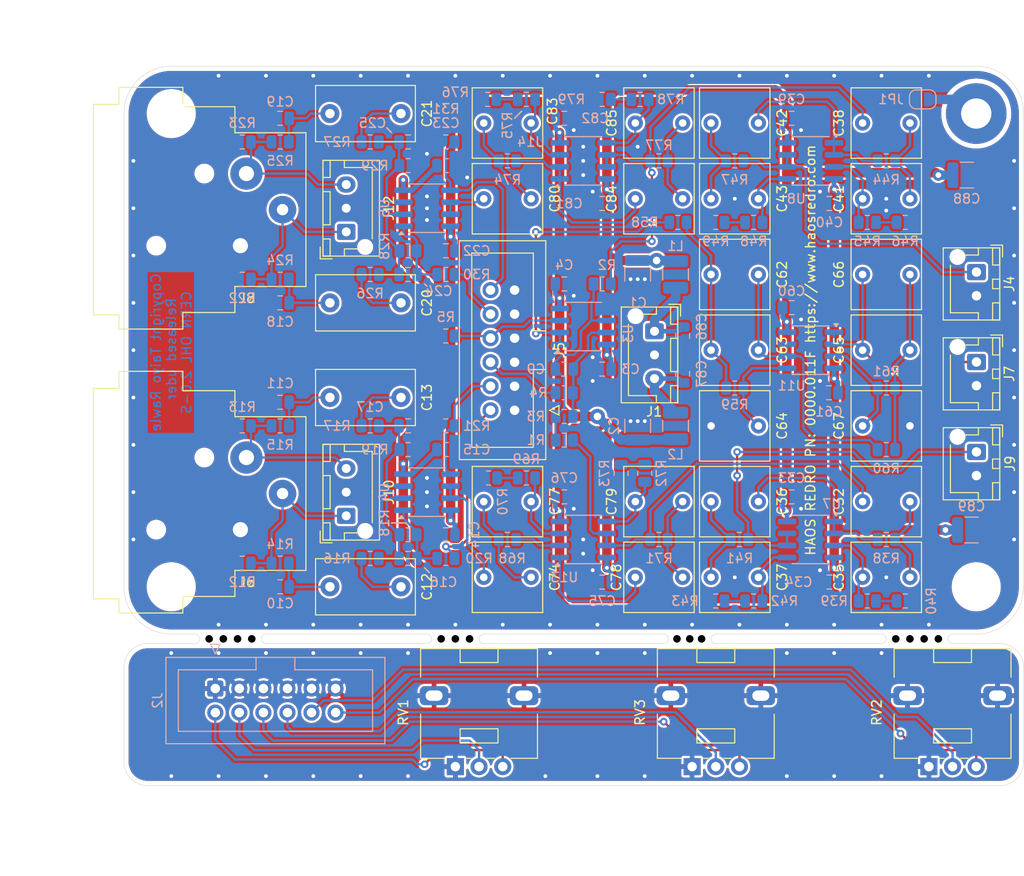
<source format=kicad_pcb>
(kicad_pcb (version 20240108) (generator "pcbnew") (generator_version "8.0")
  (title_block (title "4th order stereo crossover for 2.1 audio systems") (company "Haos Redro PN: 0000.011F") (comment 1 "Copyright Taiyo Rawle 2025") (comment 2 "Released under CERN OHL 2.0-S"))
  (layers (0 "F.Cu" signal) (31 "B.Cu" signal) (34 "B.Paste" user) (35 "F.Paste" user) (36 "B.SilkS" user "B.Silkscreen") (37 "F.SilkS" user "F.Silkscreen") (38 "B.Mask" user) (39 "F.Mask" user) (44 "Edge.Cuts" user))
  (net 0 "")
  (net 1 "+15V")
  (net 2 "GND")
  (net 3 "-15V")
  (net 4 "/Sub highpass CH2/OUT")
  (net 5 "/Sub highpass CH1/OUT")
  (net 6 "Net-(C13-Pad2)")
  (net 7 "/Input stage CH1/OUT")
  (net 8 "Net-(U5A-+)")
  (net 9 "Net-(C32-Pad2)")
  (net 10 "/Input stage CH2/OUT")
  (net 11 "Net-(C38-Pad2)")
  (net 12 "Net-(U7A-+)")
  (net 13 "Net-(U7B-+)")
  (net 14 "Net-(U8A-+)")
  (net 15 "Net-(U8B-+)")
  (net 16 "Net-(J1-Pin_3)")
  (net 17 "Net-(J1-Pin_1)")
  (net 18 "/Input stage CH1/POTH")
  (net 19 "Net-(C24-Pad2)")
  (net 20 "/Sub lowpass1/OUT")
  (net 21 "/Sub lowpass1/IN")
  (net 22 "Net-(JP1-B)")
  (net 23 "Net-(C20-Pad2)")
  (net 24 "Net-(U4A-+)")
  (net 25 "Net-(U4A--)")
  (net 26 "Net-(J10-Pin_1)")
  (net 27 "/SPW")
  (net 28 "/Input stage CH2/POTW")
  (net 29 "/Input stage CH1/POTW")
  (net 30 "Net-(C9-Pad2)")
  (net 31 "Net-(C10-Pad1)")
  (net 32 "Net-(C11-Pad2)")
  (net 33 "Net-(C12-Pad2)")
  (net 34 "Net-(C16-Pad2)")
  (net 35 "Net-(C18-Pad1)")
  (net 36 "Net-(C19-Pad2)")
  (net 37 "Net-(C21-Pad2)")
  (net 38 "Net-(U5A--)")
  (net 39 "/Sub highpass CH1/IN")
  (net 40 "Net-(C36-Pad2)")
  (net 41 "/Sub highpass CH2/IN")
  (net 42 "Net-(C42-Pad2)")
  (net 43 "Net-(C62-Pad2)")
  (net 44 "Net-(U11B--)")
  (net 45 "Net-(U11B-+)")
  (net 46 "Net-(C65-Pad2)")
  (net 47 "Net-(U11A-+)")
  (net 48 "Net-(C74-Pad2)")
  (net 49 "Net-(U13A-+)")
  (net 50 "Net-(C78-Pad2)")
  (net 51 "Net-(U13B-+)")
  (net 52 "Net-(C80-Pad2)")
  (net 53 "Net-(U14A-+)")
  (net 54 "Net-(C84-Pad2)")
  (net 55 "Net-(U14B-+)")
  (net 56 "Net-(J10-Pin_3)")
  (net 57 "/Input stage CH2/POTH")
  (net 58 "Net-(J12-Pin_1)")
  (net 59 "Net-(J12-Pin_3)")
  (net 60 "Net-(R39-Pad1)")
  (net 61 "Net-(R42-Pad1)")
  (net 62 "Net-(R45-Pad1)")
  (net 63 "Net-(R48-Pad1)")
  (net 64 "Net-(R69-Pad1)")
  (net 65 "Net-(R72-Pad1)")
  (net 66 "Net-(R75-Pad1)")
  (net 67 "Net-(R78-Pad1)")
  (net 68 "Net-(U3B--)")
  (net 69 "/SPH")
  (net 70 "Net-(U14A--)")
  (net 71 "Net-(U13A--)")
  (net 72 "Net-(U8A--)")
  (net 73 "Net-(U7A--)")
  (net 74 "Net-(J2-Pin_2)")
  (net 75 "Net-(J2-Pin_4)")
  (net 76 "Net-(J2-Pin_1)")
  (net 77 "Net-(J2-Pin_12)")
  (net 78 "Net-(J2-Pin_6)")
  (net 79 "Net-(J2-Pin_8)")
  (net 80 "Net-(J2-Pin_10)")
  (footprint "Connector_Audio:Jack_XLR_Neutrik_NC3FAH1_Horizontal" (layer "F.Cu") (at 67.3 88.96 180)
    (property "Reference" "J8")
    (property "Value" "NC3FAH1")
  )
  (footprint "Capacitor_THT:C_Rect_L7.2mm_W7.2mm_P5.00mm_FKS2_FKP2_MKS2_MKP2" (layer "F.Cu") (at 122 76 180)
    (property "Reference" "C42")
    (property "Value" "C")
  )
  (footprint "Potentiometer_THT:Potentiometer_Alps_RK09L_Single_Vertical" (layer "F.Cu") (at 90 144 90)
    (property "Reference" "RV1")
    (property "Value" "RK09L1140A2U")
  )
  (footprint "Capacitor_THT:C_Rect_L7.2mm_W7.2mm_P5.00mm_FKS2_FKP2_MKS2_MKP2" (layer "F.Cu") (at 93 124)
    (property "Reference" "C74")
    (property "Value" "C")
  )
  (footprint "HR_Parts:HOLE_0.8" (layer "F.Cu") (at 64 130.5)
    (property "Reference" "H5" (hide yes))
    (property "Value" "0.8")
  )
  (footprint "MountingHole:MountingHole_3.2mm_M3" (layer "F.Cu") (at 145 125)
    (property "Reference" "H1" (hide yes))
    (property "Value" "M3")
  )
  (footprint "Capacitor_THT:C_Rect_L7.2mm_W7.2mm_P5.00mm_FKS2_FKP2_MKS2_MKP2" (layer "F.Cu") (at 117 124)
    (property "Reference" "C37")
    (property "Value" "C")
  )
  (footprint "Potentiometer_THT:Potentiometer_Alps_RK09L_Single_Vertical" (layer "F.Cu") (at 140 144 90)
    (property "Reference" "RV2")
    (property "Value" "RK09L1140A2U")
  )
  (footprint "Potentiometer_THT:Potentiometer_Alps_RK09L_Single_Vertical" (layer "F.Cu") (at 115 144 90)
    (property "Reference" "RV3")
    (property "Value" "RK09L1140A2U")
  )
  (footprint "HR_Parts:HOLE_0.8" (layer "F.Cu") (at 141 130.5)
    (property "Reference" "H16" (hide yes))
    (property "Value" "0.8")
  )
  (footprint "HR_Parts:HOLE_0.8" (layer "F.Cu") (at 114.75 130.5)
    (property "Reference" "H12" (hide yes))
    (property "Value" "0.8")
  )
  (footprint "Capacitor_THT:C_Rect_L7.2mm_W7.2mm_P5.00mm_FKS2_FKP2_MKS2_MKP2" (layer "F.Cu") (at 122 100 180)
    (property "Reference" "C63")
    (property "Value" "C")
  )
  (footprint "Capacitor_THT:C_Rect_L7.2mm_W7.2mm_P5.00mm_FKS2_FKP2_MKS2_MKP2" (layer "F.Cu") (at 133 108)
    (property "Reference" "C67")
    (property "Value" "C")
  )
  (footprint "HR_Parts:HOLE_0.8" (layer "F.Cu") (at 91.5 130.5)
    (property "Reference" "H11" (hide yes))
    (property "Value" "0.8")
  )
  (footprint "Connector_Audio:Jack_XLR_Neutrik_NC3FAH1_Horizontal" (layer "F.Cu") (at 67.3 118.96 180)
    (property "Reference" "J6")
    (property "Value" "NC3FAH1")
  )
  (footprint "Capacitor_THT:C_Rect_L7.2mm_W7.2mm_P5.00mm_FKS2_FKP2_MKS2_MKP2" (layer "F.Cu") (at 138 84 180)
    (property "Reference" "C41")
    (property "Value" "C")
  )
  (footprint "Connector_JST:JST_XH_B3B-XH-AM_1x03_P2.50mm_Vertical" (layer "F.Cu") (at 111.025 98 -90)
    (property "Reference" "J1")
    (property "Value" "XH")
  )
  (footprint "MountingHole:MountingHole_3.2mm_M3_Pad" (layer "F.Cu") (at 145 75)
    (property "Reference" "H4" (hide yes))
    (property "Value" "M3")
  )
  (footprint "Capacitor_THT:C_Rect_L7.2mm_W7.2mm_P5.00mm_FKS2_FKP2_MKS2_MKP2" (layer "F.Cu") (at 133 116)
    (property "Reference" "C32")
    (property "Value" "C")
  )
  (footprint "Capacitor_THT:C_Rect_L7.2mm_W7.2mm_P5.00mm_FKS2_FKP2_MKS2_MKP2" (layer "F.Cu") (at 93 116)
    (property "Reference" "C77")
    (property "Value" "C")
  )
  (footprint "Connector_JST:JST_XH_B2B-XH-AM_1x02_P2.50mm_Vertical" (layer "F.Cu") (at 145.025 110.75 -90)
    (property "Reference" "J9")
    (property "Value" "XH")
  )
  (footprint "Capacitor_THT:C_Rect_L7.2mm_W7.2mm_P5.00mm_FKS2_FKP2_MKS2_MKP2" (layer "F.Cu") (at 122 92 180)
    (property "Reference" "C62")
    (property "Value" "C")
  )
  (footprint "Capacitor_THT:C_Rect_L7.2mm_W7.2mm_P5.00mm_FKS2_FKP2_MKS2_MKP2" (layer "F.Cu") (at 109 84)
    (property "Reference" "C84")
    (property "Value" "C")
  )
  (footprint "HR_Parts:HOLE_0.8" (layer "F.Cu") (at 139.5 130.5)
    (property "Reference" "H18" (hide yes))
    (property "Value" "0.8")
  )
  (footprint "Capacitor_THT:C_Rect_L7.2mm_W7.2mm_P5.00mm_FKS2_FKP2_MKS2_MKP2" (layer "F.Cu") (at 93 84)
    (property "Reference" "C80")
    (property "Value" "C")
  )
  (footprint "Connector_IDC:IDC-Header_2x06_P2.54mm_Vertical" (layer "F.Cu") (at 96.2525 106.35 180)
    (property "Reference" "J5")
    (property "Value" "BH254")
  )
  (footprint "Capacitor_THT:C_Rect_L7.2mm_W7.2mm_P5.00mm_FKS2_FKP2_MKS2_MKP2" (layer "F.Cu") (at 133 76)
    (property "Reference" "C38")
    (property "Value" "C")
  )
  (footprint "Capacitor_THT:C_Rect_L7.2mm_W7.2mm_P5.00mm_FKS2_FKP2_MKS2_MKP2" (layer "F.Cu") (at 122 116 180)
    (property "Reference" "C36")
    (property "Value" "C")
  )
  (footprint "Capacitor_THT:C_Rect_L7.2mm_W7.2mm_P5.00mm_FKS2_FKP2_MKS2_MKP2" (layer "F.Cu") (at 114 76 180)
    (property "Reference" "C85")
    (property "Value" "C")
  )
  (footprint "Capacitor_THT:C_Rect_L7.2mm_W7.2mm_P5.00mm_FKS2_FKP2_MKS2_MKP2" (layer "F.Cu") (at 117 84)
    (property "Reference" "C43")
    (property "Value" "C")
  )
  (footprint "Capacitor_THT:C_Rect_L7.2mm_W7.2mm_P5.00mm_FKS2_FKP2_MKS2_MKP2" (layer "F.Cu") (at 109 124)
    (property "Reference" "C78")
    (property "Value" "C")
  )
  (footprint "Capacitor_THT:C_Rect_L7.2mm_W7.2mm_P5.00mm_FKS2_FKP2_MKS2_MKP2" (layer "F.Cu") (at 93 76)
    (property "Reference" "C83")
    (property "Value" "C")
  )
  (footprint "MountingHole:MountingHole_3.2mm_M3" (layer "F.Cu") (at 60 75)
    (property "Reference" "H2" (hide yes))
    (property "Value" "M3")
  )
  (footprint "Capacitor_THT:C_Rect_L7.2mm_W7.2mm_P5.00mm_FKS2_FKP2_MKS2_MKP2" (layer "F.Cu") (at 138 124 180)
    (property "Reference" "C35")
    (property "Value" "C")
  )
  (footprint "HR_Parts:HOLE_0.8" (layer "F.Cu") (at 65.5 130.5)
    (property "Reference" "H9" (hide yes))
    (property "Value" "0.8")
  )
  (footprint "MountingHole:MountingHole_3.2mm_M3" (layer "F.Cu") (at 60 125)
    (property "Reference" "H3" (hide yes))
    (property "Value" "M3")
  )
  (footprint "HR_Parts:HOLE_0.8" (layer "F.Cu") (at 136.5 130.5)
    (property "Reference" "H8" (hide yes))
    (property "Value" "0.8")
  )
  (footprint "HR_Parts:HOLE_0.8" (layer "F.Cu") (at 68.5 130.5)
    (property "Reference" "H13" (hide yes))
    (property "Value" "0.8")
  )
  (footprint "HR_Parts:HOLE_0.8" (layer "F.Cu") (at 90 130.5)
    (property "Reference" "H14" (hide yes))
    (property "Value" "0.8")
  )
  (footprint "HR_Parts:HOLE_0.8" (layer "F.Cu") (at 116 130.5)
    (property "Reference" "H15" (hide yes))
    (property "Value" "0.8")
  )
  (footprint "Connector_JST:JST_XH_B3B-XH-AM_1x03_P2.50mm_Vertical" (layer "F.Cu") (at 78.475 117.5 90)
    (property "Reference" "J10")
    (property "Value" "XH")
  )
  (footprint "Capacitor_THT:C_Rect_L7.2mm_W7.2mm_P5.00mm_FKS2_FKP2_MKS2_MKP2" (layer "F.Cu") (at 122 108 180)
    (property "Reference" "C64")
    (property "Value" "C")
  )
  (footprint "Capacitor_THT:C_Rect_L10.3mm_W5.7mm_P7.50mm_MKS4" (layer "F.Cu") (at 76.755 125)
    (property "Reference" "C12")
    (property "Value" "225")
  )
  (footprint "HR_Parts:HOLE_0.8" (layer "F.Cu") (at 113.4 130.5)
    (property "Reference" "H7" (hide yes))
    (property "Value" "0.8")
  )
  (footprint "Connector_JST:JST_XH_B2B-XH-AM_1x02_P2.50mm_Vertical" (layer "F.Cu") (at 145.025 101.25 -90)
    (property "Reference" "J7")
    (property "Value" "XH")
  )
  (footprint "Capacitor_THT:C_Rect_L7.2mm_W7.2mm_P5.00mm_FKS2_FKP2_MKS2_MKP2" (layer "F.Cu") (at 133 100)
    (property "Reference" "C65")
    (property "Value" "C")
  )
  (footprint "Connector_JST:JST_XH_B3B-XH-AM_1x03_P2.50mm_Vertical" (layer "F.Cu") (at 78.475 87.5 90)
    (property "Reference" "J12")
    (property "Value" "XH")
  )
  (footprint "Capacitor_THT:C_Rect_L10.3mm_W5.7mm_P7.50mm_MKS4" (layer "F.Cu") (at 76.755 75)
    (property "Reference" "C21")
    (property "Value" "225")
  )
  (footprint "Connector_JST:JST_XH_B2B-XH-AM_1x02_P2.50mm_Vertical" (layer "F.Cu") (at 145.025 91.75 -90)
    (property "Reference" "J4")
    (property "Value" "XH")
  )
  (footprint "HR_Parts:HOLE_0.8" (layer "F.Cu") (at 138 130.5)
    (property "Reference" "H17" (hide yes))
    (property "Value" "0.8")
  )
  (footprint "HR_Parts:HOLE_0.8" (layer "F.Cu") (at 88.5 130.5)
    (property "Reference" "H10" (hide yes))
    (property "Value" "0.8")
  )
  (footprint "Capacitor_THT:C_Rect_L7.2mm_W7.2mm_P5.00mm_FKS2_FKP2_MKS2_MKP2" (layer "F.Cu") (at 133 92)
    (property "Reference" "C66")
    (property "Value" "C")
  )
  (footprint "Capacitor_THT:C_Rect_L10.3mm_W5.7mm_P7.50mm_MKS4" (layer "F.Cu") (at 76.755 95)
    (property "Reference" "C20")
    (property "Value" "225")
  )
  (footprint "HR_Parts:HOLE_0.8" (layer "F.Cu") (at 67 130.5)
    (property "Reference" "H6" (hide yes))
    (property "Value" "0.8")
  )
  (footprint "Capacitor_THT:C_Rect_L10.3mm_W5.7mm_P7.50mm_MKS4" (layer "F.Cu") (at 76.755 105)
    (property "Reference" "C13")
    (property "Value" "225")
  )
  (footprint "Capacitor_THT:C_Rect_L7.2mm_W7.2mm_P5.00mm_FKS2_FKP2_MKS2_MKP2" (layer "F.Cu") (at 114 116 180)
    (property "Reference" "C79")
    (property "Value" "C")
  )
  (footprint "Connector_IDC:IDC-Header_2x06_P2.54mm_Vertical" (layer "B.Cu") (at 64.65 135.7475 -90)
    (property "Reference" "J2")
    (property "Value" "BH254")
  )
  (footprint "Capacitor_SMD:C_0805_2012Metric" (layer "B.Cu") (at 105.5 84.5 180)
    (property "Reference" "C81")
    (property "Value" "104")
  )
  (footprint "Capacitor_SMD:C_1210_3225Metric" (layer "B.Cu") (at 144.5 119 180)
    (property "Reference" "C89")
    (property "Value" "106")
  )
  (footprint "Resistor_SMD:R_0805_2012Metric" (layer "B.Cu") (at 93.4125 73.5)
    (property "Reference" "R76")
    (property "Value" "R")
  )
  (footprint "Resistor_SMD:R_0805_2012Metric" (layer "B.Cu") (at 71.5 122.5)
    (property "Reference" "R14")
    (property "Value" "100")
  )
  (footprint "Capacitor_SMD:C_0805_2012Metric" (layer "B.Cu") (at 71.5 75.5)
    (property "Reference" "C19")
    (property "Value" "221")
  )
  (footprint "Resistor_SMD:R_0805_2012Metric" (layer "B.Cu") (at 85 119.5)
    (property "Reference" "R18")
    (property "Value" "10K")
  )
  (footprint "Resistor_SMD:R_0805_2012Metric" (layer "B.Cu") (at 67.5 92.5)
    (property "Reference" "R22")
    (property "Value" "1M")
  )
  (footprint "Resistor_SMD:R_0805_2012Metric" (layer "B.Cu") (at 71.5 108)
    (property "Reference" "R15")
    (property "Value" "100")
  )
  (footprint "Capacitor_SMD:C_1210_3225Metric" (layer "B.Cu") (at 144 81.5)
    (property "Reference" "C88")
    (property "Value" "106")
  )
  (footprint "Package_SO:SOIC-8_3.9x4.9mm_P1.27mm" (layer "B.Cu") (at 103.5 80)
    (property "Reference" "U14")
    (property "Value" "TL072")
  )
  (footprint "Resistor_SMD:R_0805_2012Metric" (layer "B.Cu") (at 117.5 126.5)
    (property "Reference" "R43")
    (property "Value" "R")
  )
  (footprint "Resistor_SMD:R_0805_2012Metric" (layer "B.Cu") (at 67.5 78 180)
    (property "Reference" "R23")
    (property "Value" "1M")
  )
  (footprint "Resistor_SMD:R_0805_2012Metric" (layer "B.Cu") (at 89 92)
    (property "Reference" "R30")
    (property "Value" "100")
  )
  (footprint "Capacitor_SMD:C_1210_3225Metric" (layer "B.Cu") (at 109.25 92 -90)
    (property "Reference" "C1")
    (property "Value" "106")
  )
  (footprint "Capacitor_SMD:C_0805_2012Metric" (layer "B.Cu") (at 114 98.5 -90)
    (property "Reference" "C86")
    (property "Value" "104")
  )
  (footprint "Capacitor_SMD:C_0805_2012Metric" (layer "B.Cu") (at 85 108)
    (property "Reference" "C17")
    (property "Value" "221")
  )
  (footprint "Resistor_SMD:R_0805_2012Metric" (layer "B.Cu") (at 85 89.5)
    (property "Reference" "R28")
    (property "Value" "10K")
  )
  (footprint "Resistor_SMD:R_0805_2012Metric" (layer "B.Cu") (at 81 122)
    (property "Reference" "R16")
    (property "Value" "10K")
  )
  (footprint "Resistor_SMD:R_0805_2012Metric" (layer "B.Cu") (at 101.5 104.5 180)
    (property "Reference" "R4")
    (property "Value" "100")
  )
  (footprint "Capacitor_SMD:C_0805_2012Metric" (layer "B.Cu") (at 129.5 84.5)
    (property "Reference" "C40")
    (property "Value" "104")
  )
  (footprint "Resistor_SMD:R_0805_2012Metric" (layer "B.Cu") (at 110 113 -90)
    (property "Reference" "R72")
    (property "Value" "R")
  )
  (footprint "Capacitor_SMD:C_0805_2012Metric" (layer "B.Cu") (at 85 78)
    (property "Reference" "C25")
    (property "Value" "221")
  )
  (footprint "Capacitor_SMD:C_0805_2012Metric" (layer "B.Cu") (at 125.5 75.5)
    (property "Reference" "C39")
    (property "Value" "104")
  )
  (footprint "Package_SO:SOIC-8_3.9x4.9mm_P1.27mm" (layer "B.Cu") (at 127.5 100 180)
    (property "Reference" "U11")
    (property "Value" "TL072")
  )
  (footprint "Resistor_SMD:R_0805_2012Metric" (layer "B.Cu") (at 89 98.5)
    (property "Reference" "R5")
    (property "Value" "5K6")
  )
  (footprint "Resistor_SMD:R_0805_2012Metric" (layer "B.Cu") (at 121.5 86.5)
    (property "Reference" "R48")
    (property "Value" "R")
  )
  (footprint "Resistor_SMD:R_0805_2012Metric" (layer "B.Cu") (at 81 78)
    (property "Reference" "R27")
    (property "Value" "10K")
  )
  (footprint "Resistor_SMD:R_0805_2012Metric" (layer "B.Cu") (at 89 108)
    (property "Reference" "R21")
    (property "Value" "5K6")
  )
  (footprint "Resistor_SMD:R_0805_2012Metric" (layer "B.Cu") (at 137.5 86.5 180)
    (property "Reference" "R46")
    (property "Value" "R")
  )
  (footprint "Resistor_SMD:R_0805_2012Metric" (layer "B.Cu") (at 111.5 80 180)
    (property "Reference" "R77")
    (property "Value" "R")
  )
  (footprint "Resistor_SMD:R_0805_2012Metric" (layer "B.Cu") (at 97.5 113.5)
    (property "Reference" "R69")
    (property "Value" "R")
  )
  (footprint "Resistor_SMD:R_0805_2012Metric" (layer "B.Cu") (at 95.5 80)
    (property "Reference" "R74")
    (property "Value" "R")
  )
  (footprint "Resistor_SMD:R_0805_2012Metric" (layer "B.Cu") (at 67.5 108 180)
    (property "Reference" "R13")
    (property "Value" "1M")
  )
  (footprint "Capacitor_SMD:C_0805_2012Metric" (layer "B.Cu") (at 71.5 95 180)
    (property "Reference" "C18")
    (property "Value" "221")
  )
  (footprint "Capacitor_SMD:C_0805_2012Metric" (layer "B.Cu") (at 125.5 115.5)
    (property "Reference" "C33")
    (property "Value" "104")
  )
  (footprint "Resistor_SMD:R_0805_2012Metric" (layer "B.Cu") (at 89 122)
    (property "Reference" "R20")
    (property "Value" "100")
  )
  (footprint "Capacitor_SMD:C_0805_2012Metric" (layer "B.Cu") (at 89 89.5 180)
    (property "Reference" "C22")
    (property "Value" "104")
  )
  (footprint "Resistor_SMD:R_0805_2012Metric" (layer "B.Cu") (at 105.5 93 180)
    (property "Reference" "R2")
    (property "Value" "20K")
  )
  (footprint "Resistor_SMD:R_0805_2012Metric" (layer "B.Cu") (at 85 110.5)
    (property "Reference" "R19")
    (property "Value" "10K")
  )
  (footprint "Resistor_SMD:R_0805_2012Metric" (layer "B.Cu") (at 95.5 120)
    (property "Reference" "R68")
    (property "Value" "R")
  )
  (footprint "Capacitor_SMD:C_0805_2012Metric" (layer "B.Cu") (at 89 80.5 180)
    (property "Reference" "C23")
    (property "Value" "104")
  )
  (footprint "Resistor_SMD:R_0805_2012Metric" (layer "B.Cu") (at 105.5 73.5)
    (property "Reference" "R79")
    (property "Value" "R")
  )
  (footprint "Capacitor_SMD:C_0805_2012Metric" (layer "B.Cu") (at 71.5 125 180)
    (property "Reference" "C10")
    (property "Value" "221")
  )
  (footprint "Package_SO:SOIC-8_3.9x4.9mm_P1.27mm" (layer "B.Cu") (at 87 85)
    (property "Reference" "U5")
    (property "Value" "TL072")
  )
  (footprint "Capacitor_SMD:C_0805_2012Metric" (layer "B.Cu") (at 85 122)
    (property "Reference" "C16")
    (property "Value" "221")
  )
  (footprint "Resistor_SMD:R_0805_2012Metric" (layer "B.Cu") (at 113.5 86.5)
    (property "Reference" "R58")
    (property "Value" "R")
  )
  (footprint "Resistor_SMD:R_0805_2012Metric" (layer "B.Cu") (at 121.5 126.5)
    (property "Reference" "R42")
    (property "Value" "R")
  )
  (footprint "Resistor_SMD:R_0805_2012Metric" (layer "B.Cu") (at 81 108)
    (property "Reference" "R17")
    (property "Value" "10K")
  )
  (footprint "Resistor_SMD:R_0805_2012Metric" (layer "B.Cu") (at 135.5 110.5)
    (property "Reference" "R60")
    (property "Value" "R")
  )
  (footprint "Resistor_SMD:R_0805_2012Metric" (layer "B.Cu") (at 135.5 104 180)
    (property "Reference" "R61")
    (property "Value" "R")
  )
  (footprint "Resistor_SMD:R_0805_2012Metric" (layer "B.Cu") (at 119.5 104)
    (property "Reference" "R59")
    (property "Value" "R")
  )
  (footprint "Inductor_SMD:L_1210_3225Metric" (layer "B.Cu") (at 113.25 92 90)
    (property "Reference" "L1")
    (property "Value" "22")
  )
  (footprint "Resistor_SMD:R_0805_2012Metric" (layer "B.Cu") (at 97.5 73.5)
    (property "Reference" "R75")
    (property "Value" "R")
  )
  (footprint "Inductor_SMD:L_1210_3225Metric" (layer "B.Cu") (at 113.25 108 -90)
    (property "Reference" "L2")
    (property "Value" "22")
  )
  (footprint "Resistor_SMD:R_0805_2012Metric" (layer "B.Cu") (at 119.5 80)
    (property "Reference" "R47")
    (property "Value" "R")
  )
  (footprint "Resistor_SMD:R_0805_2012Metric" (layer "B.Cu") (at 71.5 92.5)
    (property "Reference" "R24")
    (property "Value" "100")
  )
  (footprint "Capacitor_SMD:C_1210_3225Metric" (layer "B.Cu") (at 109.25 108 -90)
    (property "Reference" "C2")
    (property "Value" "106")
  )
  (footprint "Resistor_SMD:R_0805_2012Metric" (layer "B.Cu") (at 101.5 109.5 180)
    (property "Reference" "R1")
    (property "Value" "20K")
  )
  (footprint "Package_SO:SOIC-8_3.9x4.9mm_P1.27mm" (layer "B.Cu") (at 127.5 80 180)
    (property "Reference" "U8")
    (property "Value" "TL072")
  )
  (footprint "Resistor_SMD:R_0805_2012Metric" (layer "B.Cu") (at 109.5 73.5)
    (property "Reference" "R78")
    (property "Value" "R")
  )
  (footprint "Resistor_SMD:R_0805_2012Metric" (layer "B.Cu") (at 120 120)
    (property "Reference" "R41")
    (property "Value" "R")
  )
  (footprint "Resistor_SMD:R_0805_2012Metric" (layer "B.Cu") (at 137.5 126.5 180)
    (property "Reference" "R40")
    (property "Value" "R")
  )
  (footprint "Capacitor_SMD:C_0805_2012Metric" (layer "B.Cu") (at 71.5 105.5)
    (property "Reference" "C11")
    (property "Value" "221")
  )
  (footprint "Resistor_SMD:R_0805_2012Metric" (layer "B.Cu") (at 107.5 113 90)
    (property "Reference" "R73")
    (property "Value" "R")
  )
  (footprint "Resistor_SMD:R_0805_2012Metric" (layer "B.Cu") (at 89 78)
    (property "Reference" "R31")
    (property "Value" "5K6")
  )
  (footprint "Capacitor_SMD:C_0805_2012Metric" (layer "B.Cu") (at 101.5 102)
    (property "Reference" "C9")
    (property "Value" "221")
  )
  (footprint "Resistor_SMD:R_0805_2012Metric" (layer "B.Cu") (at 133.5 126.5 180)
    (property "Reference" "R39")
    (property "Value" "R")
  )
  (footprint "Capacitor_SMD:C_0805_2012Metric" (layer "B.Cu") (at 85 92)
    (property "Reference" "C24")
    (property "Value" "221")
  )
  (footprint "Capacitor_SMD:C_0805_2012Metric" (layer "B.Cu") (at 101.5 75.5 180)
    (property "Reference" "C82")
    (property "Value" "104")
  )
  (footprint "Resistor_SMD:R_0805_2012Metric" (layer "B.Cu") (at 135.5 80 180)
    (property "Reference" "R44")
    (property "Value" "R")
  )
  (footprint "Capacitor_SMD:C_0805_2012Metric" (layer "B.Cu") (at 89 119.5 180)
    (property "Reference" "C14")
    (property "Value" "104")
  )
  (footprint "Capacitor_SMD:C_0805_2012Metric" (layer "B.Cu") (at 101.5 93 180)
    (property "Reference" "C4")
    (property "Value" "104")
  )
  (footprint "Package_SO:SOIC-8_3.9x4.9mm_P1.27mm" (layer "B.Cu") (at 103.5 97.5)
    (property "Reference" "U3")
    (property "Value" "TL072")
  )
  (footprint "Capacitor_SMD:C_0805_2012Metric" (layer "B.Cu") (at 125.5 95.5)
    (property "Reference" "C60")
    (property "Value" "104")
  )
  (footprint "Package_SO:SOIC-8_3.9x4.9mm_P1.27mm" (layer "B.Cu") (at 103.5 120)
    (property "Reference" "U13")
    (property "Value" "TL072")
  )
  (footprint "Resistor_SMD:R_0805_2012Metric" (layer "B.Cu") (at 101.5 107)
    (property "Reference" "R3")
    (property "Value" "10K")
  )
  (footprint "Resistor_SMD:R_0805_2012Metric" (layer "B.Cu") (at 111.5 120 180)
    (property "Reference" "R71")
    (property "Value" "R")
  )
  (footprint "Resistor_SMD:R_0805_2012Metric" (layer "B.Cu") (at 117.5 86.5)
    (property "Reference" "R49")
    (property "Value" "R")
  )
  (footprint "Capacitor_SMD:C_0805_2012Metric" (layer "B.Cu") (at 89 110.5 180)
    (property "Reference" "C15")
    (property "Value" "104")
  )
  (footprint "Resistor_SMD:R_0805_2012Metric" (layer "B.Cu") (at 93.5 113.5)
    (property "Reference" "R70")
    (property "Value" "R")
  )
  (footprint "Capacitor_SMD:C_0805_2012Metric" (layer "B.Cu") (at 105.5 102 180)
    (property "Reference" "C3")
    (property "Value" "104")
  )
  (footprint "Resistor_SMD:R_0805_2012Metric" (layer "B.Cu") (at 135.5 120 180)
    (property "Reference" "R38")
    (property "Value" "R")
  )
  (footprint "Capacitor_SMD:C_0805_2012Metric" (layer "B.Cu") (at 129.45 104.5)
    (property "Reference" "C61")
    (property "Value" "104")
  )
  (footprint "Resistor_SMD:R_0805_2012Metric" (layer "B.Cu") (at 81 92)
    (property "Reference" "R26")
    (property "Value" "10K")
  )
  (footprint "Package_SO:SOIC-8_3.9x4.9mm_P1.27mm" (layer "B.Cu") (at 87 115)
    (property "Reference" "U4")
    (property "Value" "TL072")
  )
  (footprint "Capacitor_SMD:C_0805_2012Metric" (layer "B.Cu") (at 105.5 124.5 180)
    (property "Reference" "C75")
    (property "Value" "104")
  )
  (footprint "Resistor_SMD:R_0805_2012Metric" (layer "B.Cu") (at 133.5 86.5 180)
    (property "Reference" "R45")
    (property "Value" "R")
  )
  (footprint "Capacitor_SMD:C_0805_2012Metric" (layer "B.Cu") (at 101.5 115.5 180)
    (property "Reference" "C76")
    (property "Value" "104")
  )
  (footprint "Resistor_SMD:R_0805_2012Metric" (layer "B.Cu") (at 67.5 122.5)
    (property "Reference" "R12")
    (property "Value" "1M")
  )
  (footprint "Resistor_SMD:R_0805_2012Metric" (layer "B.Cu") (at 71.5 78)
    (property "Reference" "R25")
    (property "Value" "100")
  )
  (footprint "Resistor_SMD:R_0805_2012Metric" (layer "B.Cu") (at 85 80.5)
    (property "Reference" "R29")
    (property "Value" "10K")
  )
  (footprint "Capacitor_SMD:C_0805_2012Metric" (layer "B.Cu") (at 129.5 124.5)
    (property "Reference" "C34")
    (property "Value" "104")
  )
  (footprint "Capacitor_SMD:C_0805_2012Metric" (layer "B.Cu") (at 114 102.5 -90)
    (property "Reference" "C87")
    (property "Value" "104")
  )
  (footprint "Package_SO:SOIC-8_3.9x4.9mm_P1.27mm" (layer "B.Cu") (at 127.5 120 180)
    (property "Reference" "U7")
    (property "Value" "TL072")
  )
  (footprint "Jumper:SolderJumper-2_P1.3mm_Open_RoundedPad1.0x1.5mm" (layer "B.Cu") (at 139.35 73.5)
    (property "Reference" "JP1")
    (property "Value" "blob")
  )
  (gr_line (start 82.75 76.5) (end 83.25 77) (stroke (width 0.15)) (layer "B.SilkS"))
  (gr_line (start 86.75 123) (end 87.25 123.5) (stroke (width 0.15)) (layer "B.SilkS"))
  (gr_line (start 97 74.75) (end 96.25 75.5) (stroke (width 0.15)) (layer "B.SilkS"))
  (gr_line (start 86.75 93) (end 87 93.25) (stroke (width 0.15)) (layer "B.SilkS"))
  (gr_line (start 84.75 118.25) (end 85 118.5) (stroke (width 0.15)) (layer "B.SilkS"))
  (gr_line (start 83.25 118.25) (end 84.75 118.25) (stroke (width 0.15)) (layer "B.SilkS"))
  (gr_arc (start 142.5 131) (mid 142 130.5) (end 142.5 130) (stroke (width 0.05)) (layer "Edge.Cuts"))
  (gr_arc (start 55 75) (mid 56.464466 71.464466) (end 60 70) (stroke (width 0.05)) (layer "Edge.Cuts"))
  (gr_arc (start 147.5 131) (mid 149.267767 131.732233) (end 150 133.5) (stroke (width 0.05)) (layer "Edge.Cuts"))
  (gr_arc (start 87 130) (mid 87.5 130.5) (end 87 131) (stroke (width 0.05)) (layer "Edge.Cuts"))
  (gr_line (start 142.5 130) (end 145 130) (stroke (width 0.05)) (layer "Edge.Cuts"))
  (gr_arc (start 150 125) (mid 148.535534 128.535534) (end 145 130) (stroke (width 0.05)) (layer "Edge.Cuts"))
  (gr_arc (start 145 70) (mid 148.535534 71.464466) (end 150 75) (stroke (width 0.05)) (layer "Edge.Cuts"))
  (gr_line (start 142.5 131) (end 147.5 131) (stroke (width 0.05)) (layer "Edge.Cuts"))
  (gr_line (start 150 143.5) (end 150 133.5) (stroke (width 0.05)) (layer "Edge.Cuts"))
  (gr_line (start 57.5 146) (end 147.5 146) (stroke (width 0.05)) (layer "Edge.Cuts"))
  (gr_arc (start 117.5 131) (mid 117 130.5) (end 117.5 130) (stroke (width 0.05)) (layer "Edge.Cuts"))
  (gr_line (start 60 70) (end 145 70) (stroke (width 0.05)) (layer "Edge.Cuts"))
  (gr_arc (start 112 130) (mid 112.5 130.5) (end 112 131) (stroke (width 0.05)) (layer "Edge.Cuts"))
  (gr_line (start 57.5 131) (end 62.5 131) (stroke (width 0.05)) (layer "Edge.Cuts"))
  (gr_line (start 70 131) (end 87 131) (stroke (width 0.05)) (layer "Edge.Cuts"))
  (gr_arc (start 55 133.5) (mid 55.732233 131.732233) (end 57.5 131) (stroke (width 0.05)) (layer "Edge.Cuts"))
  (gr_line (start 117.5 130) (end 135 130) (stroke (width 0.05)) (layer "Edge.Cuts"))
  (gr_line (start 117.5 131) (end 135 131) (stroke (width 0.05)) (layer "Edge.Cuts"))
  (gr_arc (start 60 130) (mid 56.464466 128.535534) (end 55 125) (stroke (width 0.05)) (layer "Edge.Cuts"))
  (gr_line (start 55 75) (end 55 125) (stroke (width 0.05)) (layer "Edge.Cuts"))
  (gr_line (start 93 131) (end 112 131) (stroke (width 0.05)) (layer "Edge.Cuts"))
  (gr_line (start 55 133.5) (end 55 143.5) (stroke (width 0.05)) (layer "Edge.Cuts"))
  (gr_arc (start 150 143.5) (mid 149.267767 145.267767) (end 147.5 146) (stroke (width 0.05)) (layer "Edge.Cuts"))
  (gr_arc (start 62.5 130) (mid 63 130.5) (end 62.5 131) (stroke (width 0.05)) (layer "Edge.Cuts"))
  (gr_arc (start 93 131) (mid 92.5 130.5) (end 93 130) (stroke (width 0.05)) (layer "Edge.Cuts"))
  (gr_line (start 60 130) (end 62.5 130) (stroke (width 0.05)) (layer "Edge.Cuts"))
  (gr_arc (start 135 130) (mid 135.5 130.5) (end 135 131) (stroke (width 0.05)) (layer "Edge.Cuts"))
  (gr_line (start 150 75) (end 150 125) (stroke (width 0.05)) (layer "Edge.Cuts"))
  (gr_line (start 93 130) (end 112 130) (stroke (width 0.05)) (layer "Edge.Cuts"))
  (gr_line (start 70 130) (end 87 130) (stroke (width 0.05)) (layer "Edge.Cuts"))
  (gr_arc (start 57.5 146) (mid 55.732233 145.267767) (end 55 143.5) (stroke (width 0.05)) (layer "Edge.Cuts"))
  (gr_arc (start 70 131) (mid 69.5 130.5) (end 70 130) (stroke (width 0.05)) (layer "Edge.Cuts"))
  (gr_text "Copyright Taiyo Rawle\nReleased uder \nCERN OHL 2.0-S" (at 60 100.25 90) (layer "B.Cu") (effects (font (size 1 1)) (justify mirror)))
  (gr_text "HAOS REDRO PN: 0000.011F https://www.haosredro.com" (at 127.5 100 90) (layer "F.SilkS") (effects (font (size 1 1))))
  (segment (start 106.725 90.525) (end 106 91.25) (width 1) (layer "F.Cu") (net 1))
  (segment (start 125 82) (end 125 97) (width 1) (layer "F.Cu") (net 1))
  (segment (start 89.5 88) (end 89.5 118) (width 1) (layer "F.Cu") (net 1))
  (segment (start 106 73.5) (end 107 72.5) (width 1) (layer "F.Cu") (net 1))
  (segment (start 125 81.25) (end 125 82) (width 1) (layer "F.Cu") (net 1))
  (segment (start 125 80.5) (end 125 81.25) (width 1) (layer "F.Cu") (net 1))
  (segment (start 123.75 72.5) (end 125 73.75) (width 1) (layer "F.Cu") (net 1))
  (segment (start 106 83) (end 106 85.275) (width 1) (layer "F.Cu") (net 1))
  (segment (start 89.5 74.5) (end 91.5 72.5) (width 1) (layer "F.Cu") (net 1))
  (segment (start 111.25 90.525) (end 106.25 90.525) (width 1) (layer "F.Cu") (net 1))
  (segment (start 126 81.25) (end 140.75 81.25) (width 1) (layer "F.Cu") (net 1))
  (segment (start 125 73.75) (end 125 77) (width 1) (layer "F.Cu") (net 1))
  (segment (start 91.5 72.5) (end 123.75 72.5) (width 1) (layer "F.Cu") (net 1))
  (segment (start 89.5 88) (end 89.5 74.5) (width 1) (layer "F.Cu") (net 1))
  (segment (start 107 108) (end 107 106.25) (width 1) (layer "F.Cu") (net 1))
  (segment (start 106 100.5) (end 106 93.775) (width 1) (layer "F.Cu") (net 1))
  (segment (start 106 109) (end 107 108) (width 1) (layer "F.Cu") (net 1))
  (segment (start 106 91.25) (end 106 85.275) (width 1) (layer "F.Cu") (net 1))
  (segment (start 125 97) (end 125 117) (width 1) (layer "F.Cu") (net 1))
  (segment (start 105 72.5) (end 106 73.5) (width 1) (layer "F.Cu") (net 1))
  (segment (start 125 81.25) (end 126 81.25) (width 1) (layer "F.Cu") (net 1))
  (segment (start 125 77) (end 125 80.5) (width 1) (layer "F.Cu") (net 1))
  (segment (start 106.025 90.525) (end 106 90.5) (width 1) (layer "F.Cu") (net 1))
  (segment (start 106.75 90.525) (end 106.025 90.525) (width 1) (layer "F.Cu") (net 1))
  (segment (start 106 105.25) (end 106 100.5) (width 1) (layer "F.Cu") (net 1))
  (segment (start 106 96.275) (end 106 91.25) (width 1) (layer "F.Cu") (net 1))
  (segment (start 106.75 90.525) (end 106.725 90.525) (width 1) (layer "F.Cu") (net 1))
  (segment (start 106 91.25) (end 106 90.5) (width 1) (layer "F.Cu") (net 1))
  (segment (start 106 89.775) (end 106.75 90.525) (width 1) (layer "F.Cu") (net 1))
  (segment (start 125.75 81.25) (end 125 80.5) (width 1) (layer "F.Cu") (net 1))
  (segment (start 106 123) (end 106 109) (width 1) (layer "F.Cu") (net 1))
  (segment (start 106 73.5) (end 106 83) (width 1) (layer "F.Cu") (net 1))
  (segment (start 125.75 81.25) (end 125 82) (width 1) (layer "F.Cu") (net 1))
  (segment (start 126 81.25) (end 125.75 81.25) (width 1) (layer "F.Cu") (net 1))
  (segment (start 107 106.25) (end 106 105.25) (width 1) (layer "F.Cu") (net 1))
  (segment (start 140.75 81.25) (end 141 81.5) (width 1) (layer "F.Cu") (net 1))
  (via (at 106 123) (size 0.8) (drill 0.4) (layers "F.Cu" "B.Cu") (net 1))
  (via (at 106 100.5) (size 0.8) (drill 0.4) (layers "F.Cu" "B.Cu") (net 1))
  (via (at 89.5 88) (size 0.8) (drill 0.4) (layers "F.Cu" "B.Cu") (net 1))
  (via (at 89.5 118) (size 0.8) (drill 0.4) (layers "F.Cu" "B.Cu") (net 1))
  (via (at 125 97) (size 0.8) (drill 0.4) (layers "F.Cu" "B.Cu") (net 1))
  (via (at 141 81.5) (size 1.2) (drill 0.6) (layers "F.Cu" "B.Cu") (net 1))
  (via (at 106 83) (size 0.8) (drill 0.4) (layers "F.Cu" "B.Cu") (net 1))
  (via (at 125 77) (size 0.8) (drill 0.4) (layers "F.Cu" "B.Cu") (net 1))
  (via (at 125 117) (size 0.8) (drill 0.4) (layers "F.Cu" "B.Cu") (net 1))
  (via (at 111.25 90.525) (size 1.6) (drill 0.8) (layers "F.Cu" "B.Cu") (net 1))
  (segment (start 124.55 96.55) (end 125 97) (width 0.5) (layer "B.Cu") (net 1))
  (segment (start 89.95 118.45) (end 89.5 118) (width 0.5) (layer "B.Cu") (net 1))
  (segment (start 125.025 97.025) (end 125 97) (width 0.5) (layer "B.Cu") (net 1))
  (segment (start 124.55 115.5) (end 124.55 116.55) (width 0.5) (layer "B.Cu") (net 1))
  (segment (start 105.975 121.905) (end 105.975 122.975) (width 0.5) (layer "B.Cu") (net 1))
  (segment (start 89.475 86.905) (end 89.475 87.975) (width 0.5) (layer "B.Cu") (net 1))
  (segment (start 89.475 87.975) (end 89.5 88) (width 0.5) (layer "B.Cu") (net 1))
  (segment (start 125.025 78.095) (end 125.025 77.025) (width 0.5) (layer "B.Cu") (net 1))
  (segment (start 106 100.5) (end 106 99.43) (width 0.5) (layer "B.Cu") (net 1))
  (segment (start 109.25 90.525) (end 111.25 90.525) (width 1) (layer "B.Cu") (net 1))
  (segment (start 89.5 118) (end 89.5 116.93) (width 0.5) (layer "B.Cu") (net 1))
  (segment (start 105.975 81.905) (end 105.975 82.975) (width 0.5) (layer "B.Cu") (net 1))
  (segment (start 89.95 88.45) (end 89.5 88) (width 0.5) (layer "B.Cu") (net 1))
  (segment (start 125.025 77.025) (end 125 77) (width 0.5) (layer "B.Cu") (net 1))
  (segment (start 124.55 116.55) (end 125 117) (width 0.5) (layer "B.Cu") (net 1))
  (segment (start 106.45 123.45) (end 106 123) (width 0.5) (layer "B.Cu") (net 1))
  (segment (start 106.45 102) (end 106.45 100.95) (width 0.5) (layer "B.Cu") (net 1))
  (segment (start 106.45 83.45) (end 106 83) (width 0.5) (layer "B.Cu") (net 1))
  (segment (start 113.175 90.525) (end 113.25 90.6) (width 1) (layer "B.Cu") (net 1))
  (segment (start 106 99.43) (end 105.975 99.405) (width 0.5) (layer "B.Cu") (net 1))
  (segment (start 124.55 75.5) (end 124.55 76.55) (width 0.5) (layer "B.Cu") (net 1))
  (segment (start 105.975 122.975) (end 106 123) (width 0.5) (layer "B.Cu") (net 1))
  (segment (start 105.975 82.975) (end 106 83) (width 0.5) (layer "B.Cu") (net 1))
  (segment (start 124.55 76.55) (end 125 77) (width 0.5) (layer "B.Cu") (net 1))
  (segment (start 89.95 89.5) (end 89.95 88.45) (width 0.5) (layer "B.Cu") (net 1))
  (segment (start 106.45 100.95) (end 106 100.5) (width 0.5) (layer "B.Cu") (net 1))
  (segment (start 111.25 90.525) (end 113.175 90.525) (width 1) (layer "B.Cu") (net 1))
  (segment (start 106.45 84.5) (end 106.45 83.45) (width 0.5) (layer "B.Cu") (net 1))
  (segment (start 89.95 119.5) (end 89.95 118.45) (width 0.5) (layer "B.Cu") (net 1))
  (segment (start 125.025 98.095) (end 125.025 97.025) (width 0.5) (layer "B.Cu") (net 1))
  (segment (start 125.025 118.095) (end 125.025 117.025) (width 0.5) (layer "B.Cu") (net 1))
  (segment (start 106.45 124.5) (end 106.45 123.45) (width 0.5) (layer "B.Cu") (net 1))
  (segment (start 141 81.5) (end 142.525 81.5) (width 1) (layer "B.Cu") (net 1))
  (segment (start 89.5 116.93) (end 89.475 116.905) (width 0.5) (layer "B.Cu") (net 1))
  (segment (start 125.025 117.025) (end 125 117) (width 0.5) (layer "B.Cu") (net 1))
  (segment (start 124.55 95.5) (end 124.55 96.55) (width 0.5) (layer "B.Cu") (net 1))
  (via (at 119.5 84) (size 0.8) (drill 0.4) (layers "F.Cu" "B.Cu") (net 2))
  (via (at 135.5 84) (size 0.8) (drill 0.4) (layers "F.Cu" "B.Cu") (net 2))
  (via (at 100 129) (size 0.8) (drill 0.4) (layers "F.Cu" "B.Cu") (net 2))
  (via (at 149 105) (size 0.8) (drill 0.4) (layers "F.Cu" "B.Cu") (net 2))
  (via (at 108.5 92.5) (size 0.8) (drill 0.4) (layers "F.Cu" "B.Cu") (net 2))
  (via (at 149 80) (size 0.8) (drill 0.4) (layers "F.Cu" "B.Cu") (net 2))
  (via (at 91.25 81.75) (size 0.8) (drill 0.4) (layers "F.Cu" "B.Cu") (net 2))
  (via (at 75 129) (size 0.8) (drill 0.4) (layers "F.Cu" "B.Cu") (net 2))
  (via (at 56 115) (size 0.8) (drill 0.4) (layers "F.Cu" "B.Cu") (net 2))
  (via (at 103.5 81.5) (size 0.8) (drill 0.4) (layers "F.Cu" "B.Cu") (net 2))
  (via (at 140 71) (size 0.8) (drill 0.4) (layers "F.Cu" "B.Cu") (net 2))
  (via (at 120 71) (size 0.8) (drill 0.4) (layers "F.Cu" "B.Cu") (net 2))
  (via (at 135.5 85.25) (size 0.8) (drill 0.4) (layers "F.Cu" "B.Cu") (net 2))
  (via (at 85 71) (size 0.8) (drill 0.4) (layers "F.Cu" "B.Cu") (net 2))
  (via (at 56 95) (size 0.8) (drill 0.4) (layers "F.Cu" "B.Cu") (net 2))
  (via (at 135 71) (size 0.8) (drill 0.4) (layers "F.Cu" "B.Cu") (net 2))
  (via (at 109.25 107.5) (size 0.8) (drill 0.4) (layers "F.Cu" "B.Cu") (net 2))
  (via (at 104.5 123.25) (size 0.8) (drill 0.4) (layers "F.Cu" "B.Cu") (net 2))
  (via (at 103.5 80) (size 0.8) (drill 0.4) (layers "F.Cu" "B.Cu") (net 2))
  (via (at 56 85) (size 0.8) (drill 0.4) (layers "F.Cu" "B.Cu") (net 2))
  (via (at 149 115) (size 0.8) (drill 0.4) (layers "F.Cu" "B.Cu") (net 2))
  (via (at 95 71) (size 0.8) (drill 0.4) (layers "F.Cu" "B.Cu") (net 2))
  (via (at 87 116.5) (size 0.8) (drill 0.4) (layers "F.Cu" "B.Cu") (net 2))
  (via (at 80 71) (size 0.8) (drill 0.4) (layers "F.Cu" "B.Cu") (net 2))
  (via (at 102.5 94.25) (size 0.8) (drill 0.4) (layers "F.Cu" "B.Cu") (net 2))
  (via (at 110 71) (size 0.8) (drill 0.4) (layers "F.Cu" "B.Cu") (net 2))
  (via (at 85 129) (size 0.8) (drill 0.4) (layers "F.Cu" "B.Cu") (net 2))
  (via (at 56 100) (size 0.8) (drill 0.4) (layers "F.Cu" "B.Cu") (net 2))
  (via (at 126.5 116.75) (size 0.8) (drill 0.4) (layers "F.Cu" "B.Cu") (net 2))
  (via (at 115 129) (size 0.8) (drill 0.4) (layers "F.Cu" "B.Cu") (net 2))
  (via (at 128.5 83.25) (size 0.8) (drill 0.4) (layers "F.Cu" "B.Cu") (net 2))
  (via (at 103.5 78.5) (size 0.8) (drill 0.4) (layers "F.Cu" "B.Cu") (net 2))
  (via (at 130 71) (size 0.8) (drill 0.4) (layers "F.Cu" "B.Cu") (net 2))
  (via (at 75 71) (size 0.8) (drill 0.4) (layers "F.Cu" "B.Cu") (net 2))
  (via (at 128.5 103.25) (size 0.8) (drill 0.4) (layers "F.Cu" "B.Cu") (net 2))
  (via (at 90 71) (size 0.8) (drill 0.4) (layers "F.Cu" "B.Cu") (net 2))
  (via (at 105 129) (size 0.8) (drill 0.4) (layers "F.Cu" "B.Cu") (net 2))
  (via (at 149 85) (size 0.8) (drill 0.4) (layers "F.Cu" "B.Cu") (net 2))
  (via (at 135 129) (size 0.8) (drill 0.4) (layers "F.Cu" "B.Cu") (net 2))
  (via (at 110 129) (size 0.8) (drill 0.4) (layers "F.Cu" "B.Cu") (net 2))
  (via (at 87 86.25) (size 0.8) (drill 0.4) (layers "F.Cu" "B.Cu") (net 2))
  (via (at 100 71) (size 0.8) (drill 0.4) (layers "F.Cu" "B.Cu") (net 2))
  (via (at 80 129) (size 0.8) (drill 0.4) (layers "F.Cu" "B.Cu") (net 2))
  (via (at 87 79.25) (size 0.8) (drill 0.4) (layers "F.Cu" "B.Cu") (net 2))
  (via (at 56 80) (size 0.8) (drill 0.4) (layers "F.Cu" "B.Cu") (net 2))
  (via (at 115 71) (size 0.8) (drill 0.4) (layers "F.Cu" "B.Cu") (net 2))
  (via (at 70 129) (size 0.8) (drill 0.4) (layers "F.Cu" "B.Cu") (net 2))
  (via (at 56 90) (size 0.8) (drill 0.4) (layers "F.Cu" "B.Cu") (net 2))
  (via (at 126.5 76.75) (size 0.8) (drill 0.4) (layers "F.Cu" "B.Cu") (net 2))
  (via (at 110 107.5) (size 0.8) (drill 0.4) (layers "F.Cu" "B.Cu") (net 2))
  (via (at 128.5 123.25) (size 0.8) (drill 0.4) (layers "F.Cu" "B.Cu") (net 2))
  (via (at 110 92.5) (size 0.8) (drill 0.4) (layers "F.Cu" "B.Cu") (net 2))
  (via (at 70 71) (size 0.8) (drill 0.4) (layers "F.Cu" "B.Cu") (net 2))
  (via (at 56 110) (size 0.8) (drill 0.4) (layers "F.Cu" "B.Cu") (net 2))
  (via (at 95 129) (size 0.8) (drill 0.4) (layers "F.Cu" "B.Cu") (net 2))
  (via (at 149 90) (size 0.8) (drill 0.4) (layers "F.Cu" "B.Cu") (net 2))
  (via (at 65 129) (size 0.8) (drill 0.4) (layers "F.Cu" "B.Cu") (net 2))
  (via (at 102.5 116.75) (size 0.8) (drill 0.4) (layers "F.Cu" "B.Cu") (net 2))
  (via (at 56 105) (size 0.8) (drill 0.4) (layers "F.Cu" "B.Cu") (net 2))
  (via (at 149 100) (size 0.8) (drill 0.4) (layers "F.Cu" "B.Cu") (net 2))
  (via (at 109.25 92.5) (size 0.8) (drill 0.4) (layers "F.Cu" "B.Cu") (net 2))
  (via (at 103.5 120) (size 0.8) (drill 0.4) (layers "F.Cu" "B.Cu") (net 2))
  (via (at 87 83.75) (size 0.8) (drill 0.4) (layers "F.Cu" "B.Cu") (net 2))
  (via (at 140 129) (size 0.8) (drill 0.4) (layers "F.Cu" "B.Cu") (net 2))
  (via (at 149 110) (size 0.8) (drill 0.4) (layers "F.Cu" "B.Cu") (net 2))
  (via (at 135.5 124) (size 0.8) (drill 0.4) (layers "F.Cu" "B.Cu") (net 2))
  (via (at 87 85) (size 0.8) (drill 0.4) (layers "F.Cu" "B.Cu") (net 2))
  (via (at 104.5 83.25) (size 0.8) (drill 0.4) (layers "F.Cu" "B.Cu") (net 2))
  (via (at 105 71) (size 0.8) (drill 0.4) (layers "F.Cu" "B.Cu") (net 2))
  (via (at 56 120) (size 0.8) (drill 0.4) (layers "F.Cu" "B.Cu") (net 2))
  (via (at 109.25 78.5) (size 0.8) (drill 0.4) (layers "F.Cu" "B.Cu") (net 2))
  (via (at 126.5 96.75) (size 0.8) (drill 0.4) (layers "F.Cu" "B.Cu") (net 2))
  (via (at 87 113.5) (size 0.8) (drill 0.4) (layers "F.Cu" "B.Cu") (net 2))
  (via (at 125 129) (size 0.8) (drill 0.4) (layers "F.Cu" "B.Cu") (net 2))
  (via (at 103.5 121.5) (size 0.8) (drill 0.4) (layers "F.Cu" "B.Cu") (net 2))
  (via (at 130 129) (size 0.8) (drill 0.4) (layers "F.Cu" "B.Cu") (net 2))
  (via (at 90 129) (size 0.8) (drill 0.4) (layers "F.Cu" "B.Cu") (net 2))
  (via (at 120 129) (size 0.8) (drill 0.4) (layers "F.Cu" "B.Cu") (net 2))
  (via (at 104.5 100.75) (size 0.8) (drill 0.4) (layers "F.Cu" "B.Cu") (net 2))
  (via (at 149 95) (size 0.8) (drill 0.4) (layers "F.Cu" "B.Cu") (net 2))
  (via (at 125 71) (size 0.8) (drill 0.4) (layers "F.Cu" "B.Cu") (net 2))
  (via (at 104.5 103.25) (size 0.8) (drill 0.4) (layers "F.Cu" "B.Cu") (net 2))
  (via (at 102.5 76.75) (size 0.8) (drill 0.4) (layers "F.Cu" "B.Cu") (net 2))
  (via (at 87 115) (size 0.8) (drill 0.4) (layers "F.Cu" "B.Cu") (net 2))
  (via (at 119.5 124) (size 0.8) (drill 0.4) (layers "F.Cu" "B.Cu") (net 2))
  (via (at 149 120) (size 0.8) (drill 0.4) (layers "F.Cu" "B.Cu") (net 2))
  (via (at 65 71) (size 0.8) (drill 0.4) (layers "F.Cu" "B.Cu") (net 2))
  (via (at 108.5 107.5) (size 0.8) (drill 0.4) (layers "F.Cu" "B.Cu") (net 2))
  (segment (start 84.5 82) (end 84.5 90.5) (width 1) (layer "F.Cu") (net 3))
  (segment (start 130.75 119) (end 130 119.75) (width 1) (layer "F.Cu") (net 3))
  (segment (start 84.5 109.5) (end 84.5 112) (width 1) (layer "F.Cu") (net 3))
  (segment (start 130 126.25) (end 130 123) (width 1) (layer "F.Cu") (net 3))
  (segment (start 87 107) (end 84.5 109.5) (width 1) (layer "F.Cu") (net 3))
  (segment (start 101 106) (end 101 77) (width 1) (layer "F.Cu") (net 3))
  (segment (start 140.5 119) (end 141.75 119) (width 1) (layer "F.Cu") (net 3))
  (segment (start 130 103) (end 130 83) (width 1) (layer "F.Cu") (net 3))
  (segment (start 102 107) (end 101 108) (width 1) (layer "F.Cu") (net 3))
  (segment (start 101 126.5) (end 102 127.5) (width 1) (layer "F.Cu") (net 3))
  (segment (start 101 108) (end 101 108.5) (width 1) (layer "F.Cu") (net 3))
  (segment (start 101 107) (end 101 106) (width 1) (layer "F.Cu") (net 3))
  (segment (start 101 117) (end 101 108.5) (width 1) (layer "F.Cu") (net 3))
  (segment (start 84.5 90.5) (end 87 93) (width 1) (layer "F.Cu") (net 3))
  (segment (start 102 107) (end 101 107) (width 1) (layer "F.Cu") (net 3))
  (segment (start 131.25 119) (end 130 119) (width 1) (layer "F.Cu") (net 3))
  (segment (start 84.5 121) (end 84.5 112) (width 1) (layer "F.Cu") (net 3))
  (segment (start 128.75 127.5) (end 102 127.5) (width 1) (layer "F.Cu") (net 3))
  (segment (start 105 107) (end 102 107) (width 1) (layer "F.Cu") (net 3))
  (segment (start 131.25 119) (end 130.75 119) (width 1) (layer "F.Cu") (net 3))
  (segment (start 102 107) (end 101 106) (width 1) (layer "F.Cu") (net 3))
  (segment (start 91 127.5) (end 84.5 121) (width 1) (layer "F.Cu") (net 3))
  (segment (start 133.5 119) (end 131.25 119) (width 1) (layer "F.Cu") (net 3))
  (segment (start 130 123) (end 130 119.75) (width 1) (layer "F.Cu") (net 3))
  (segment (start 100 127.5) (end 102 127.5) (width 1) (layer "F.Cu") (net 3))
  (segment (start 101 126.5) (end 100 127.5) (width 1) (layer "F.Cu") (net 3))
  (segment (start 87 93) (end 87 107) (width 1) (layer "F.Cu") (net 3))
  (segment (start 101 126.5) (end 101 117) (width 1) (layer "F.Cu") (net 3))
  (segment (start 128.75 127.5) (end 130 126.25) (width 1) (layer "F.Cu") (net 3))
  (segment (start 130 119) (end 130 118.25) (width 1) (layer "F.Cu") (net 3))
  (segment (start 100 127.5) (end 91 127.5) (width 1) (layer "F.Cu") (net 3))
  (segment (start 101 108.5) (end 101 107) (width 1) (layer "F.Cu") (net 3))
  (segment (start 130.75 119) (end 130 118.25) (width 1) (layer "F.Cu") (net 3))
  (segment (start 130 119.75) (end 130 119) (width 1) (layer "F.Cu") (net 3))
  (segment (start 133.5 119) (end 140.5 119) (width 1) (layer "F.Cu") (net 3))
  (segment (start 130 118.25) (end 130 103) (width 1) (layer "F.Cu") (net 3))
  (via (at 130 83) (size 0.8) (drill 0.4) (layers "F.Cu" "B.Cu") (net 3))
  (via (at 84.5 82) (size 0.8) (drill 0.4) (layers "F.Cu" "B.Cu") (net 3))
  (via (at 101 117) (size 0.8) (drill 0.4) (layers "F.Cu" "B.Cu") (net 3))
  (via (at 105 107) (size 1.6) (drill 0.8) (layers "F.Cu" "B.Cu") (net 3))
  (via (at 84.5 112) (size 0.8) (drill 0.4) (layers "F.Cu" "B.Cu") (net 3))
  (via (at 130 103) (size 0.8) (drill 0.4) (layers "F.Cu" "B.Cu") (net 3))
  (via (at 141.75 119) (size 1.2) (drill 0.6) (layers "F.Cu" "B.Cu") (net 3))
  (via (at 130 123) (size 0.8) (drill 0.4) (layers "F.Cu" "B.Cu") (net 3))
  (via (at 101 77) (size 0.8) (drill 0.4) (layers "F.Cu" "B.Cu") (net 3))
  (via (at 101 94.5) (size 0.8) (drill 0.4) (layers "F.Cu" "B.Cu") (net 3))
  (segment (start 101 95.57) (end 101.025 95.595) (width 0.5) (layer "B.Cu") (net 3))
  (segment (start 101 94.5) (end 101 95.57) (width 0.5) (layer "B.Cu") (net 3))
  (segment (start 84.5 83.07) (end 84.525 83.095) (width 0.5) (layer "B.Cu") (net 3))
  (segment (start 101.025 117.025) (end 101 117) (width 0.5) (layer "B.Cu") (net 3))
  (segment (start 107.475 109.475) (end 109.25 109.475) (width 1) (layer "B.Cu") (net 3))
  (segment (start 129.975 81.905) (end 129.975 82.975) (width 0.5) (layer "B.Cu") (net 3))
  (segment (start 130.45 123.45) (end 130 123) (width 0.5) (layer "B.Cu") (net 3))
  (segment (start 129.975 101.905) (end 129.975 102.975) (width 0.5) (layer "B.Cu") (net 3))
  (segment (start 85.455 83.095) (end 88.05 80.5) (width 0.5) (layer "B.Cu") (net 3))
  (segment (start 101.025 77.025) (end 101 77) (width 0.5) (layer "B.Cu") (net 3))
  (segment (start 141.75 119) (end 143.025 119) (width 1) (layer "B.Cu") (net 3))
  (segment (start 129.975 82.975) (end 130 83) (width 0.5) (layer "B.Cu") (net 3))
  (segment (start 100.55 115.5) (end 100.55 116.55) (width 0.5) (layer "B.Cu") (net 3))
  (segment (start 109.25 109.475) (end 113.175 109.475) (width 1) (layer "B.Cu") (net 3))
  (segment (start 130.45 124.5) (end 130.45 123.45) (width 0.5) (layer "B.Cu") (net 3))
  (segment (start 84.525 113.095) (end 85.455 113.095) (width 0.5) (layer "B.Cu") (net 3))
  (segment (start 84.5 82) (end 84.5 83.07) (width 0.5) (layer "B.Cu") (net 3))
  (segment (start 129.975 121.905) (end 129.975 122.975) (width 0.5) (layer "B.Cu") (net 3))
  (segment (start 130.4 103.4) (end 130 103) (width 0.5) (layer "B.Cu") (net 3))
  (segment (start 100.55 93) (end 100.55 94.05) (width 0.5) (layer "B.Cu") (net 3))
  (segment (start 101.025 118.095) (end 101.025 117.025) (width 0.5) (layer "B.Cu") (net 3))
  (segment (start 101.025 78.095) (end 101.025 77.025) (width 0.5) (layer "B.Cu") (net 3))
  (segment (start 130.4 104.5) (end 130.4 103.4) (width 0.5) (layer "B.Cu") (net 3))
  (segment (start 105 107) (end 107.475 109.475) (width 1) (layer "B.Cu") (net 3))
  (segment (start 130.45 83.45) (end 130 83) (width 0.5) (layer "B.Cu") (net 3))
  (segment (start 100.55 75.5) (end 100.55 76.55) (width 0.5) (layer "B.Cu") (net 3))
  (segment (start 100.55 116.55) (end 101 117) (width 0.5) (layer "B.Cu") (net 3))
  (segment (start 100.55 94.05) (end 101 94.5) (width 0.5) (layer "B.Cu") (net 3))
  (segment (start 130.45 84.5) (end 130.45 83.45) (width 0.5) (layer "B.Cu") (net 3))
  (segment (start 84.5 113.07) (end 84.525 113.095) (width 0.5) (layer "B.Cu") (net 3))
  (segment (start 129.975 102.975) (end 130 103) (width 0.5) (layer "B.Cu") (net 3))
  (segment (start 84.5 112) (end 84.5 113.07) (width 0.5) (layer "B.Cu") (net 3))
  (segment (start 100.55 76.55) (end 101 77) (width 0.5) (layer "B.Cu") (net 3))
  (segment (start 129.975 122.975) (end 130 123) (width 0.5) (layer "B.Cu") (net 3))
  (segment (start 113.175 109.475) (end 113.25 109.4) (width 1) (layer "B.Cu") (net 3))
  (segment (start 84.525 83.095) (end 85.455 83.095) (width 0.5) (layer "B.Cu") (net 3))
  (segment (start 85.455 113.095) (end 88.05 110.5) (width 0.5) (layer "B.Cu") (net 3))
  (segment (start 127 81) (end 127 87.25) (width 0.25) (layer "B.Cu") (net 4))
  (segment (start 125.025 79.365) (end 125.025 80.635) (width 0.25) (layer "B.Cu") (net 4))
  (segment (start 127 87.25) (end 128.5 88.75) (width 0.25) (layer "B.Cu") (net 4))
  (segment (start 141.5 91.75) (end 138.5 88.75) (width 0.25) (layer "B.Cu") (net 4))
  (segment (start 125.025 80.635) (end 126.635 80.635) (width 0.25) (layer "B.Cu") (net 4))
  (segment (start 128.5 88.75) (end 138.5 88.75) (width 0.25) (layer "B.Cu") (net 4))
  (segment (start 122.635 80.635) (end 122 80) (width 0.25) (layer "B.Cu") (net 4))
  (segment (start 126.635 80.635) (end 127 81) (width 0.25) (layer "B.Cu") (net 4))
  (segment (start 145.025 91.75) (end 141.5 91.75) (width 0.25) (layer "B.Cu") (net 4))
  (segment (start 125.025 80.635) (end 122.635 80.635) (width 0.25) (layer "B.Cu") (net 4))
  (segment (start 122 80) (end 120.4125 80) (width 0.25) (layer "B.Cu") (net 4))
  (segment (start 119.75 113.25) (end 119.75 110.75) (width 0.25) (layer "F.Cu") (net 5))
  (via (at 119.75 113.25) (size 0.8) (drill 0.4) (layers "F.Cu" "B.Cu") (net 5))
  (via (at 119.75 110.75) (size 0.8) (drill 0.4) (layers "F.Cu" "B.Cu") (net 5))
  (segment (start 123.135 120.635) (end 122.5 120) (width 0.25) (layer "B.Cu") (net 5))
  (segment (start 119.75 110.75) (end 132 110.75) (width 0.25) (layer "B.Cu") (net 5))
  (segment (start 120.9125 120) (end 120.9125 118.1625) (width 0.25) (layer "B.Cu") (net 5))
  (segment (start 122.5 120) (end 120.9125 120) (width 0.25) (layer "B.Cu") (net 5))
  (segment (start 120.9125 118.1625) (end 120 117.25) (width 0.25) (layer "B.Cu") (net 5))
  (segment (start 125.025 120.635) (end 123.135 120.635) (width 0.25) (layer "B.Cu") (net 5))
  (segment (start 132 110.75) (end 134 112.75) (width 0.25) (layer "B.Cu") (net 5))
  (segment (start 145.025 110.75) (end 139 110.75) (width 0.25) (layer "B.Cu") (net 5))
  (segment (start 138.875 110.875) (end 137 112.75) (width 0.25) (layer "B.Cu") (net 5))
  (segment (start 120 117.25) (end 119.75 117) (width 0.25) (layer "B.Cu") (net 5))
  (segment (start 137 112.75) (end 134 112.75) (width 0.25) (layer "B.Cu") (net 5))
  (segment (start 119.75 117) (end 119.75 114.25) (width 0.25) (layer "B.Cu") (net 5))
  (segment (start 119.75 114.25) (end 119.75 113.25) (width 0.25) (layer "B.Cu") (net 5))
  (segment (start 139 110.75) (end 138.875 110.875) (width 0.25) (layer "B.Cu") (net 5))
  (segment (start 125.025 119.365) (end 125.025 120.635) (width 0.25) (layer "B.Cu") (net 5))
  (segment (start 84.255 105) (end 81.25 105) (width 0.25) (layer "B.Cu") (net 6))
  (segment (start 80.0875 106.1625) (end 80.0875 108) (width 0.25) (layer "B.Cu") (net 6))
  (segment (start 81.25 105) (end 80.0875 106.1625) (width 0.25) (layer "B.Cu") (net 6))
  (segment (start 91.25 120.5) (end 93 122.25) (width 0.25) (layer "B.Cu") (net 7))
  (segment (start 89.475 114.365) (end 89.475 115.635) (width 0.25) (layer "B.Cu") (net 7))
  (segment (start 90.885 115.635) (end 91.25 116) (width 0.25) (layer "B.Cu") (net 7))
  (segment (start 93 122.25) (end 93 124) (width 0.25) (layer "B.Cu") (net 7))
  (segment (start 91.25 116) (end 91.25 120.5) (width 0.25) (layer "B.Cu") (net 7))
  (segment (start 89.475 115.635) (end 90.885 115.635) (width 0.25) (layer "B.Cu") (net 7))
  (segment (start 84.525 84.365) (end 83.115 84.365) (width 0.25) (layer "B.Cu") (net 8))
  (segment (start 84.05 78) (end 84.05 80.4625) (width 0.25) (layer "B.Cu") (net 8))
  (segment (start 81.9125 78) (end 84.05 78) (width 0.25) (layer "B.Cu") (net 8))
  (segment (start 84.05 80.4625) (end 84.0875 80.5) (width 0.25) (layer "B.Cu") (net 8))
  (segment (start 82.75 81.8375) (end 82.91875 81.66875) (width 0.25) (layer "B.Cu") (net 8))
  (segment (start 82.75 84) (end 82.75 81.8375) (width 0.25) (layer "B.Cu") (net 8))
  (segment (start 83.115 84.365) (end 82.75 84) (width 0.25) (layer "B.Cu") (net 8))
  (segment (start 82.91875 81.66875) (end 84.0875 80.5) (width 0.25) (layer "B.Cu") (net 8))
  (segment (start 138 121.5875) (end 136.4125 120) (width 0.25) (layer "B.Cu") (net 9))
  (segment (start 138 118.4125) (end 136.4125 120) (width 0.25) (layer "B.Cu") (net 9))
  (segment (start 138 116) (end 138 118.4125) (width 0.25) (layer "B.Cu") (net 9))
  (segment (start 138 124) (end 138 121.5875) (width 0.25) (layer "B.Cu") (net 9))
  (segment (start 89.475 84.365) (end 92.635 84.365) (width 0.25) (layer "B.Cu") (net 10))
  (segment (start 92.635 84.365) (end 93 84) (width 0.25) (layer "B.Cu") (net 10))
  (segment (start 89.475 84.365) (end 89.475 85.635) (width 0.25) (layer "B.Cu") (net 10))
  (segment (start 138 76) (end 138 78.4125) (width 0.25) (layer "B.Cu") (net 11))
  (segment (start 138 84) (end 138 81.5875) (width 0.25) (layer "B.Cu") (net 11))
  (segment (start 138 78.4125) (end 136.4125 80) (width 0.25) (layer "B.Cu") (net 11))
  (segment (start 138 81.5875) (end 136.4125 80) (width 0.25) (layer "B.Cu") (net 11))
  (segment (start 129.975 120.635) (end 131.635 120.635) (width 0.25) (layer "B.Cu") (net 12))
  (segment (start 133 122) (end 133 124) (width 0.25) (layer "B.Cu") (net 12))
  (segment (start 131.635 120.635) (end 133 122) (width 0.25) (layer "B.Cu") (net 12))
  (segment (start 132.5875 126.5) (end 132.5875 124.4125) (width 0.25) (layer "B.Cu") (net 12))
  (segment (start 132.5875 124.4125) (end 133 124) (width 0.25) (layer "B.Cu") (net 12))
  (segment (start 122 124) (end 122 123.5) (width 0.25) (layer "B.Cu") (net 13))
  (segment (start 122 123.5) (end 123.595 121.905) (width 0.25) (layer "B.Cu") (net 13))
  (segment (start 123.595 121.905) (end 125.025 121.905) (width 0.25) (layer "B.Cu") (net 13))
  (segment (start 122.4125 124.4125) (end 122 124) (width 0.25) (layer "B.Cu") (net 13))
  (segment (start 122.4125 126.5) (end 122.4125 124.4125) (width 0.25) (layer "B.Cu") (net 13))
  (segment (start 129.975 80.635) (end 131.635 80.635) (width 0.25) (layer "B.Cu") (net 14))
  (segment (start 132.5875 86.5) (end 132.5875 84.4125) (width 0.25) (layer "B.Cu") (net 14))
  (segment (start 133 82) (end 133 84) (width 0.25) (layer "B.Cu") (net 14))
  (segment (start 132.5875 84.4125) (end 133 84) (width 0.25) (layer "B.Cu") (net 14))
  (segment (start 131.635 80.635) (end 133 82) (width 0.25) (layer "B.Cu") (net 14))
  (segment (start 123.095 81.905) (end 122 83) (width 0.25) (layer "B.Cu") (net 15))
  (segment (start 122.4125 86.5) (end 122.4125 84.4125) (width 0.25) (layer "B.Cu") (net 15))
  (segment (start 122 83) (end 122 84) (width 0.25) (layer "B.Cu") (net 15))
  (segment (start 122.4125 84.4125) (end 122 84) (width 0.25) (layer "B.Cu") (net 15))
  (segment (start 125.025 81.905) (end 123.095 81.905) (width 0.25) (layer "B.Cu") (net 15))
  (segment (start 111.025 103) (end 113.55 103) (width 0.5) (layer "B.Cu") (net 16))
  (segment (start 111.025 104.375) (end 113.25 106.6) (width 1) (layer "B.Cu") (net 16))
  (segment (start 111.025 103) (end 111.025 104.375) (width 1) (layer "B.Cu") (net 16))
  (segment (start 113.55 103) (end 114 103.45) (width 0.5) (layer "B.Cu") (net 16))
  (segment (start 111.025 98) (end 113.55 98) (width 0.5) (layer "B.Cu") (net 17))
  (segment (start 113.25 94.5) (end 113.25 93.4) (width 1) (layer "B.Cu") (net 17))
  (segment (start 113.275 93.425) (end 113.25 93.4) (width 1) (layer "B.Cu") (net 17))
  (segment (start 111.225 98.55) (end 111.775 98) (width 0.5) (layer "B.Cu") (net 17))
  (segment (start 111.025 98) (end 111.025 96.725) (width 1) (layer "B.Cu") (net 17))
  (segment (start 111.025 96.725) (end 113.25 94.5) (width 1) (layer "B.Cu") (net 17))
  (segment (start 113.55 98) (end 114 97.55) (width 0.5) (layer "B.Cu") (net 17))
  (segment (start 89 120.75) (end 90.5 120.75) (width 0.25) (layer "F.Cu") (net 18))
  (segment (start 91.25 108.8125) (end 93.7125 106.35) (width 0.25) (layer "F.Cu") (net 18))
  (segment (start 90.5 120.75) (end 91.25 120) (width 0.25) (layer "F.Cu") (net 18))
  (segment (start 91.25 120) (end 91.25 108.8125) (width 0.25) (layer "F.Cu") (net 18))
  (via (at 89 120.75) (size 0.8) (drill 0.4) (layers "F.Cu" "B.Cu") (net 18))
  (segment (start 89.9125 121.6625) (end 89 120.75) (width 0.25) (layer "B.Cu") (net 18))
  (segment (start 89.9125 122) (end 89.9125 121.6625) (width 0.25) (layer "B.Cu") (net 18))
  (segment (start 85.9125 89.5) (end 85.9125 91.9625) (width 0.25) (layer "B.Cu") (net 19))
  (segment (start 84.525 86.905) (end 84.525 87.725) (width 0.25) (layer "B.Cu") (net 19))
  (segment (start 85.9125 89.5) (end 85.9125 88.4125) (width 0.25) (layer "B.Cu") (net 19))
  (segment (start 84.8 88) (end 84.525 87.725) (width 0.25) (layer "B.Cu") (net 19))
  (segment (start 85.9125 88.4125) (end 85.5 88) (width 0.25) (layer "B.Cu") (net 19))
  (segment (start 85.9125 91.9625) (end 85.95 92) (width 0.25) (layer "B.Cu") (net 19))
  (segment (start 85.5 88) (end 84.8 88) (width 0.25) (layer "B.Cu") (net 19))
  (segment (start 85.95 92) (end 88.0875 92) (width 0.25) (layer "B.Cu") (net 19))
  (segment (start 135.25 102.25) (end 133 100) (width 0.25) (layer "F.Cu") (net 20))
  (segment (start 141.5 101.25) (end 140.5 102.25) (width 0.25) (layer "F.Cu") (net 20))
  (segment (start 140.5 102.25) (end 135.25 102.25) (width 0.25) (layer "F.Cu") (net 20))
  (segment (start 145.025 101.25) (end 141.5 101.25) (width 0.25) (layer "F.Cu") (net 20))
  (segment (start 132.365 99.365) (end 133 100) (width 0.25) (layer "B.Cu") (net 20))
  (segment (start 129.975 99.365) (end 132.365 99.365) (width 0.25) (layer "B.Cu") (net 20))
  (segment (start 133 100) (end 133 92) (width 0.25) (layer "B.Cu") (net 20))
  (segment (start 129.975 98.095) (end 129.975 99.365) (width 0.25) (layer "B.Cu") (net 20))
  (segment (start 98.5 98.25) (end 98.5 87.5) (width 0.25) (layer "F.Cu") (net 21))
  (via (at 98.5 98.25) (size 0.8) (drill 0.4) (layers "F.Cu" "B.Cu") (net 21))
  (via (at 98.5 87.5) (size 0.8) (drill 0.4) (layers "F.Cu" "B.Cu") (net 21))
  (segment (start 101.025 98.135) (end 98.615 98.135) (width 0.25) (layer "B.Cu") (net 21))
  (segment (start 98.615 98.135) (end 98.5 98.25) (width 0.25) (layer "B.Cu") (net 21))
  (segment (start 109.25 87.5) (end 110.25 86.5) (width 0.25) (layer "B.Cu") (net 21))
  (segment (start 98.5 87.5) (end 109.25 87.5) (width 0.25) (layer "B.Cu") (net 21))
  (segment (start 110.25 86.5) (end 112.5875 86.5) (width 0.25) (layer "B.Cu") (net 21))
  (segment (start 101.025 99.405) (end 101.025 98.135) (width 0.25) (layer "B.Cu") (net 21))
  (segment (start 140 73.5) (end 143.5 73.5) (width 1) (layer "B.Cu") (net 22))
  (segment (start 144.85 75.15) (end 145 75) (width 1) (layer "B.Cu") (net 22))
  (segment (start 143.5 73.5) (end 145 75) (width 1) (layer "B.Cu") (net 22))
  (segment (start 81.25 95) (end 84.255 95) (width 0.25) (layer "B.Cu") (net 23))
  (segment (start 80.0875 93.8375) (end 81.25 95) (width 0.25) (layer "B.Cu") (net 23))
  (segment (start 80.0875 92) (end 80.0875 93.8375) (width 0.25) (layer "B.Cu") (net 23))
  (segment (start 82.75 114) (end 82.75 111.8375) (width 0.25) (layer "B.Cu") (net 24))
  (segment (start 84.0875 110.5) (end 82.91875 111.66875) (width 0.25) (layer "B.Cu") (net 24))
  (segment (start 84.05 110.4625) (end 84.0875 110.5) (width 0.25) (layer "B.Cu") (net 24))
  (segment (start 82.75 111.8375) (end 82.91875 111.66875) (width 0.25) (layer "B.Cu") (net 24))
  (segment (start 81.9125 108) (end 84.05 108) (width 0.25) (layer "B.Cu") (net 24))
  (segment (start 84.05 108) (end 84.05 110.4625) (width 0.25) (layer "B.Cu") (net 24))
  (segment (start 83.115 114.365) (end 82.75 114) (width 0.25) (layer "B.Cu") (net 24))
  (segment (start 84.525 114.365) (end 83.115 114.365) (width 0.25) (layer "B.Cu") (net 24))
  (segment (start 84.05 122) (end 84.05 119.5375) (width 0.25) (layer "B.Cu") (net 25))
  (segment (start 84.05 119.5375) (end 84.0875 119.5) (width 0.25) (layer "B.Cu") (net 25))
  (segment (start 81.9125 122) (end 84.05 122) (width 0.25) (layer "B.Cu") (net 25))
  (segment (start 82.75 118.1625) (end 84.0875 119.5) (width 0.25) (layer "B.Cu") (net 25))
  (segment (start 82.75 116) (end 82.75 118.1625) (width 0.25) (layer "B.Cu") (net 25))
  (segment (start 83.115 115.635) (end 82.75 116) (width 0.25) (layer "B.Cu") (net 25))
  (segment (start 84.525 115.635) (end 83.115 115.635) (width 0.25) (layer "B.Cu") (net 25))
  (segment (start 70.5875 119.1625) (end 71.75 118) (width 0.25) (layer "B.Cu") (net 26))
  (segment (start 78.475 117.5) (end 74.1 117.5) (width 0.25) (layer "B.Cu") (net 26))
  (segment (start 71.75 118) (end 71.75 115.15) (width 0.25) (layer "B.Cu") (net 26))
  (segment (start 74.1 117.5) (end 71.75 115.15) (width 0.25) (layer "B.Cu") (net 26))
  (segment (start 70.5875 122.5) (end 70.5875 119.1625) (width 0.25) (layer "B.Cu") (net 26))
  (segment (start 68.4125 122.5) (end 70.5875 122.5) (width 0.25) (layer "B.Cu") (net 26))
  (segment (start 93.46 98.5) (end 89.9125 98.5) (width 0.25) (layer "B.Cu") (net 27))
  (segment (start 94.9425 97.5) (end 93.7125 98.73) (width 0.25) (layer "B.Cu") (net 27))
  (segment (start 97.885 96.865) (end 97.25 97.5) (width 0.25) (layer "B.Cu") (net 27))
  (segment (start 101.025 96.865) (end 97.885 96.865) (width 0.25) (layer "B.Cu") (net 27))
  (segment (start 97.25 97.5) (end 94.9425 97.5) (width 0.25) (layer "B.Cu") (net 27))
  (segment (start 89.475 82.225) (end 89.475 83.095) (width 0.25) (layer "B.Cu") (net 28))
  (segment (start 95 92.3625) (end 95 83) (width 0.25) (layer "B.Cu") (net 28))
  (segment (start 89 78.9125) (end 89 81.75) (width 0.25) (layer "B.Cu") (net 28))
  (segment (start 94.25 82.25) (end 92.25 82.25) (width 0.25) (layer "B.Cu") (net 28))
  (segment (start 89 81.75) (end 89.475 82.225) (width 0.25) (layer "B.Cu") (net 28))
  (segment (start 89.9125 78) (end 89 78.9125) (width 0.25) (layer "B.Cu") (net 28))
  (segment (start 92.25 82.25) (end 91.405 83.095) (width 0.25) (layer "B.Cu") (net 28))
  (segment (start 91.405 83.095) (end 89.475 83.095) (width 0.25) (layer "B.Cu") (net 28))
  (segment (start 93.7125 93.65) (end 95 92.3625) (width 0.25) (layer "B.Cu") (net 28))
  (segment (start 95 83) (end 94.25 82.25) (width 0.25) (layer "B.Cu") (net 28))
  (segment (start 89.9125 105.8375) (end 91.94 103.81) (width 0.25) (layer "B.Cu") (net 29))
  (segment (start 89.9125 108) (end 89.9125 105.8375) (width 0.25) (layer "B.Cu") (net 29))
  (segment (start 89.9125 108) (end 89.75 108) (width 0.25) (layer "B.Cu") (net 29))
  (segment (start 89.75 108) (end 89 108.75) (width 0.25) (layer "B.Cu") (net 29))
  (segment (start 89 112.62) (end 89.475 113.095) (width 0.25) (layer "B.Cu") (net 29))
  (segment (start 89 108.75) (end 89 112.62) (width 0.25) (layer "B.Cu") (net 29))
  (segment (start 91.94 103.81) (end 93.7125 103.81) (width 0.25) (layer "B.Cu") (net 29))
  (segment (start 104 98.5) (end 104.365 98.135) (width 0.25) (layer "B.Cu") (net 30))
  (segment (start 102.45 102) (end 102.45 101.55) (width 0.25) (layer "B.Cu") (net 30))
  (segment (start 102.4125 102.0375) (end 102.45 102) (width 0.25) (layer "B.Cu") (net 30))
  (segment (start 104.365 98.135) (end 105.975 98.135) (width 0.25) (layer "B.Cu") (net 30))
  (segment (start 102.45 101.55) (end 104 100) (width 0.25) (layer "B.Cu") (net 30))
  (segment (start 102.45 104.4625) (end 102.4125 104.5) (width 0.25) (layer "B.Cu") (net 30))
  (segment (start 102.45 102) (end 102.45 104.4625) (width 0.25) (layer "B.Cu") (net 30))
  (segment (start 104 100) (end 104 98.5) (width 0.25) (layer "B.Cu") (net 30))
  (segment (start 102.4125 107) (end 102.4125 104.5) (width 0.25) (layer "B.Cu") (net 30))
  (segment (start 72.45 125) (end 76.755 125) (width 0.25) (layer "B.Cu") (net 31))
  (segment (start 72.4125 124.9625) (end 72.45 125) (width 0.25) (layer "B.Cu") (net 31))
  (segment (start 72.4125 122.5) (end 72.4125 124.9625) (width 0.25) (layer "B.Cu") (net 31))
  (segment (start 74.5 105.5) (end 72.45 105.5) (width 0.25) (layer "B.Cu") (net 32))
  (segment (start 76.755 105) (end 75 105) (width 0.25) (layer "B.Cu") (net 32))
  (segment (start 72.45 105.5) (end 72.45 107.9625) (width 0.25) (layer "B.Cu") (net 32))
  (segment (start 75 105) (end 74.5 105.5) (width 0.25) (layer "B.Cu") (net 32))
  (segment (start 72.45 107.9625) (end 72.4125 108) (width 0.25) (layer "B.Cu") (net 32))
  (segment (start 80.0875 122) (end 80.0875 123.8375) (width 0.25) (layer "B.Cu") (net 33))
  (segment (start 81.25 125) (end 84.255 125) (width 0.25) (layer "B.Cu") (net 33))
  (segment (start 80.0875 123.8375) (end 81.25 125) (width 0.25) (layer "B.Cu") (net 33))
  (segment (start 85.95 122) (end 85.95 119.5375) (width 0.25) (layer "B.Cu") (net 34))
  (segment (start 85.95 119.5375) (end 85.9125 119.5) (width 0.25) (layer "B.Cu") (net 34))
  (segment (start 85.95 122) (end 88.0875 122) (width 0.25) (layer "B.Cu") (net 34))
  (segment (start 85.9125 119.1625) (end 84.525 117.775) (width 0.25) (layer "B.Cu") (net 34))
  (segment (start 85.9125 119.5) (end 85.9125 119.1625) (width 0.25) (layer "B.Cu") (net 34))
  (segment (start 84.525 117.775) (end 84.525 116.905) (width 0.25) (layer "B.Cu") (net 34))
  (segment (start 72.45 95) (end 72.45 92.5375) (width 0.25) (layer "B.Cu") (net 35))
  (segment (start 72.45 92.5375) (end 72.4125 92.5) (width 0.25) (layer "B.Cu") (net 35))
  (segment (start 72.45 95) (end 76.755 95) (width 0.25) (layer "B.Cu") (net 35))
  (segment (start 74.75 75) (end 74.25 75.5) (width 0.25) (layer "B.Cu") (net 36))
  (segment (start 74.25 75.5) (end 72.45 75.5) (width 0.25) (layer "B.Cu") (net 36))
  (segment (start 76.755 75) (end 74.75 75) (width 0.25) (layer "B.Cu") (net 36))
  (segment (start 72.4125 75.5375) (end 72.45 75.5) (width 0.25) (layer "B.Cu") (net 36))
  (segment (start 72.4125 78) (end 72.4125 75.5375) (width 0.25) (layer "B.Cu") (net 36))
  (segment (start 81.25 75) (end 84.255 75) (width 0.25) (layer "B.Cu") (net 37))
  (segment (start 80.0875 78) (end 80.0875 76.1625) (width 0.25) (layer "B.Cu") (net 37))
  (segment (start 80.0875 76.1625) (end 81.25 75) (width 0.25) (layer "B.Cu") (net 37))
  (segment (start 82.75 88.1625) (end 84.0875 89.5) (width 0.25) (layer "B.Cu") (net 38))
  (segment (start 81.9125 92) (end 84.05 92) (width 0.25) (layer "B.Cu") (net 38))
  (segment (start 84.525 85.635) (end 83.115 85.635) (width 0.25) (layer "B.Cu") (net 38))
  (segment (start 84.05 89.5375) (end 84.0875 89.5) (width 0.25) (layer "B.Cu") (net 38))
  (segment (start 84.05 92) (end 84.05 89.5375) (width 0.25) (layer "B.Cu") (net 38))
  (segment (start 83.115 85.635) (end 82.75 86) (width 0.25) (layer "B.Cu") (net 38))
  (segment (start 82.75 86) (end 82.75 88.1625) (width 0.25) (layer "B.Cu") (net 38))
  (segment (start 102.5 109.5) (end 102.4125 109.5) (width 0.25) (layer "B.Cu") (net 39))
  (segment (start 105.975 119.365) (end 104.615 119.365) (width 0.25) (layer "B.Cu") (net 39))
  (segment (start 104.25 111.25) (end 102.5 109.5) (width 0.25) (layer "B.Cu") (net 39))
  (segment (start 104.25 119) (end 104.25 111.25) (width 0.25) (layer "B.Cu") (net 39))
  (segment (start 109 120) (end 110.5875 120) (width 0.25) (layer "B.Cu") (net 39))
  (segment (start 133 116) (end 133 114.5) (width 0.25) (layer "B.Cu") (net 39))
  (segment (start 105.975 119.365) (end 105.975 120.635) (width 0.25) (layer "B.Cu") (net 39))
  (segment (start 104.615 119.365) (end 104.25 119) (width 0.25) (layer "B.Cu") (net 39))
  (segment (start 108.365 120.635) (end 109 120) (width 0.25) (layer "B.Cu") (net 39))
  (segment (start 115.5 112) (end 110.5875 116.9125) (width 0.25) (layer "B.Cu") (net 39))
  (segment (start 110.5875 116.9125) (end 110.5875 120) (width 0.25) (layer "B.Cu") (net 39))
  (segment (start 133 114.5) (end 130.5 112) (width 0.25) (layer "B.Cu") (net 39))
  (segment (start 130.5 112) (end 115.5 112) (width 0.25) (layer "B.Cu") (net 39))
  (segment (start 105.975 120.635) (end 108.365 120.635) (width 0.25) (layer "B.Cu") (net 39))
  (segment (start 117 117.9125) (end 119.0875 120) (width 0.25) (layer "B.Cu") (net 40))
  (segment (start 117 116) (end 117 117.9125) (width 0.25) (layer "B.Cu") (net 40))
  (segment (start 117 124) (end 117 122.0875) (width 0.25) (layer "B.Cu") (net 40))
  (segment (start 117 122.0875) (end 119.0875 120) (width 0.25) (layer "B.Cu") (net 40))
  (segment (start 110.75 81.25) (end 110.75 88.5) (width 0.25) (layer "F.Cu") (net 41))
  (via (at 110.75 88.5) (size 0.8) (drill 0.4) (layers "F.Cu" "B.Cu") (net 41))
  (via (at 110.75 81.25) (size 0.8) (drill 0.4) (layers "F.Cu" "B.Cu") (net 41))
  (segment (start 110.75 88.5) (end 109 88.5) (width 0.25) (layer "B.Cu") (net 41))
  (segment (start 105.975 79.365) (end 105.975 80.635) (width 0.25) (layer "B.Cu") (net 41))
  (segment (start 105.975 79.365) (end 107.865 79.365) (width 0.25) (layer "B.Cu") (net 41))
  (segment (start 114.75 72.25) (end 110.5875 76.4125) (width 0.25) (layer "B.Cu") (net 41))
  (segment (start 109 88.5) (end 107.5 88.5) (width 0.25) (layer "B.Cu") (net 41))
  (segment (start 110.5875 76.4125) (end 110.5875 80) (width 0.25) (layer "B.Cu") (net 41))
  (segment (start 133 76) (end 133 74.75) (width 0.25) (layer "B.Cu") (net 41))
  (segment (start 133 74.75) (end 130.5 72.25) (width 0.25) (layer "B.Cu") (net 41))
  (segment (start 108.5 80) (end 110.5875 80) (width 0.25) (layer "B.Cu") (net 41))
  (segment (start 106.4125 93) (end 106.4125 89.5875) (width 0.25) (layer "B.Cu") (net 41))
  (segment (start 110.5875 81.0875) (end 110.75 81.25) (width 0.25) (layer "B.Cu") (net 41))
  (segment (start 130.5 72.25) (end 114.75 72.25) (width 0.25) (layer "B.Cu") (net 41))
  (segment (start 107.865 79.365) (end 108.5 80) (width 0.25) (layer "B.Cu") (net 41))
  (segment (start 110.5875 80) (end 110.5875 81.0875) (width 0.25) (layer "B.Cu") (net 41))
  (segment (start 106.4125 89.5875) (end 107.5 88.5) (width 0.25) (layer "B.Cu") (net 41))
  (segment (start 117 84) (end 117 81.5875) (width 0.25) (layer "B.Cu") (net 42))
  (segment (start 117 81.5875) (end 118.5875 80) (width 0.25) (layer "B.Cu") (net 42))
  (segment (start 117 76) (end 117 78.4125) (width 0.25) (layer "B.Cu") (net 42))
  (segment (start 117 78.4125) (end 118.5875 80) (width 0.25) (layer "B.Cu") (net 42))
  (segment (start 118.5875 101.5875) (end 117 100) (width 0.25) (layer "B.Cu") (net 43))
  (segment (start 117 100) (end 117 92) (width 0.25) (layer "B.Cu") (net 43))
  (segment (start 118.5875 104) (end 118.5875 101.5875) (width 0.25) (layer "B.Cu") (net 43))
  (segment (start 117 92) (end 117 90) (width 0.25) (layer "B.Cu") (net 43))
  (segment (start 114.4125 87.4125) (end 114.4125 86.5) (width 0.25) (layer "B.Cu") (net 43))
  (segment (start 117 90) (end 114.4125 87.4125) (width 0.25) (layer "B.Cu") (net 43))
  (segment (start 122 100) (end 122 92) (width 0.25) (layer "B.Cu") (net 44))
  (segment (start 134.5875 110.5) (end 134.5875 110.3375) (width 0.25) (layer "B.Cu") (net 44))
  (segment (start 126.75 108.25) (end 126.75 101) (width 0.25) (layer "B.Cu") (net 44))
  (segment (start 126.75 101) (end 126.385 100.635) (width 0.25) (layer "B.Cu") (net 44))
  (segment (start 134.5875 110.3375) (end 133.75 109.5) (width 0.25) (layer "B.Cu") (net 44))
  (segment (start 125.025 100.635) (end 122.635 100.635) (width 0.25) (layer "B.Cu") (net 44))
  (segment (start 122.635 100.635) (end 122 100) (width 0.25) (layer "B.Cu") (net 44))
  (segment (start 125.025 99.365) (end 125.025 100.635) (width 0.25) (layer "B.Cu") (net 44))
  (segment (start 133.75 109.5) (end 128 109.5) (width 0.25) (layer "B.Cu") (net 44))
  (segment (start 128 109.5) (end 126.75 108.25) (width 0.25) (layer "B.Cu") (net 44))
  (segment (start 126.385 100.635) (end 125.025 100.635) (width 0.25) (layer "B.Cu") (net 44))
  (segment (start 120.4125 102.8375) (end 120.4125 104) (width 0.25) (layer "B.Cu") (net 45))
  (segment (start 121.345 101.905) (end 120.4125 102.8375) (width 0.25) (layer "B.Cu") (net 45))
  (segment (start 125.025 101.905) (end 121.345 101.905) (width 0.25) (layer "B.Cu") (net 45))
  (segment (start 120.4125 104) (end 120.4125 106.4125) (width 0.25) (layer "B.Cu") (net 45))
  (segment (start 120.4125 106.4125) (end 122 108) (width 0.25) (layer "B.Cu") (net 45))
  (segment (start 136.4125 101.5875) (end 138 100) (width 0.25) (layer "B.Cu") (net 46))
  (segment (start 136.4125 110.5) (end 136.4125 104) (width 0.25) (layer "B.Cu") (net 46))
  (segment (start 136.4125 104) (end 136.4125 101.5875) (width 0.25) (layer "B.Cu") (net 46))
  (segment (start 138 100) (end 138 92) (width 0.25) (layer "B.Cu") (net 46))
  (segment (start 131.2225 100.635) (end 129.975 100.635) (width 0.25) (layer "B.Cu") (net 47))
  (segment (start 134.5875 104) (end 131.2225 100.635) (width 0.25) (layer "B.Cu") (net 47))
  (segment (start 134.5875 106.4125) (end 133 108) (width 0.25) (layer "B.Cu") (net 47))
  (segment (start 134.5875 104) (end 134.5875 106.4125) (width 0.25) (layer "B.Cu") (net 47))
  (segment (start 94.5875 122.3375) (end 96.25 124) (width 0.25) (layer "B.Cu") (net 48))
  (segment (start 93 116) (end 93 118.4125) (width 0.25) (layer "B.Cu") (net 48))
  (segment (start 93 118.4125) (end 94.5875 120) (width 0.25) (layer "B.Cu") (net 48))
  (segment (start 94.5875 120) (end 94.5875 122.3375) (width 0.25) (layer "B.Cu") (net 48))
  (segment (start 96.25 124) (end 98 124) (width 0.25) (layer "B.Cu") (net 48))
  (segment (start 98.4125 113.5) (end 98.4125 115.5875) (width 0.25) (layer "B.Cu") (net 49))
  (segment (start 98 118) (end 99.365 119.365) (width 0.25) (layer "B.Cu") (net 49))
  (segment (start 98.4125 115.5875) (end 98 116) (width 0.25) (layer "B.Cu") (net 49))
  (segment (start 98 116) (end 98 118) (width 0.25) (layer "B.Cu") (net 49))
  (segment (start 99.365 119.365) (end 101.025 119.365) (width 0.25) (layer "B.Cu") (net 49))
  (segment (start 112.4125 120) (end 112.4125 117.5875) (width 0.25) (layer "B.Cu") (net 50))
  (segment (start 112.4125 117.5875) (end 114 116) (width 0.25) (layer "B.Cu") (net 50))
  (segment (start 112.4125 122.4125) (end 114 124) (width 0.25) (layer "B.Cu") (net 50))
  (segment (start 112.4125 120) (end 112.4125 122.4125) (width 0.25) (layer "B.Cu") (net 50))
  (segment (start 109 117.25) (end 109 116) (width 0.25) (layer "B.Cu") (net 51))
  (segment (start 110 113.9125) (end 110 115) (width 0.25) (layer "B.Cu") (net 51))
  (segment (start 108.155 118.095) (end 109 117.25) (width 0.25) (layer "B.Cu") (net 51))
  (segment (start 105.975 118.095) (end 108.155 118.095) (width 0.25) (layer "B.Cu") (net 51))
  (segment (start 110 115) (end 109 116) (width 0.25) (layer "B.Cu") (net 51))
  (segment (start 93 76) (end 93 78.4125) (width 0.25) (layer "B.Cu") (net 52))
  (segment (start 94.5875 80.5875) (end 94.5875 80) (width 0.25) (layer "B.Cu") (net 52))
  (segment (start 98 84) (end 94.5875 80.5875) (width 0.25) (layer "B.Cu") (net 52))
  (segment (start 93 78.4125) (end 94.5875 80) (width 0.25) (layer "B.Cu") (net 52))
  (segment (start 98.4125 73.5) (end 98.4125 75.5875) (width 0.25) (layer "B.Cu") (net 53))
  (segment (start 98.4125 75.5875) (end 98 76) (width 0.25) (layer "B.Cu") (net 53))
  (segment (start 98 77.5) (end 98 76) (width 0.25) (layer "B.Cu") (net 53))
  (segment (start 99.865 79.365) (end 98 77.5) (width 0.25) (layer "B.Cu") (net 53))
  (segment (start 101.025 79.365) (end 99.865 79.365) (width 0.25) (layer "B.Cu") (net 53))
  (segment (start 112.4125 80) (end 112.4125 77.5875) (width 0.25) (layer "B.Cu") (net 54))
  (segment (start 112.4125 80) (end 112.4125 82.4125) (width 0.25) (layer "B.Cu") (net 54))
  (segment (start 112.4125 77.5875) (end 114 76) (width 0.25) (layer "B.Cu") (net 54))
  (segment (start 112.4125 82.4125) (end 114 84) (width 0.25) (layer "B.Cu") (net 54))
  (segment (start 109 77.25) (end 109 76) (width 0.25) (layer "B.Cu") (net 55))
  (segment (start 110.4125 74.5875) (end 109 76) (width 0.25) (layer "B.Cu") (net 55))
  (segment (start 108.155 78.095) (end 109 77.25) (width 0.25) (layer "B.Cu") (net 55))
  (segment (start 105.975 78.095) (end 108.155 78.095) (width 0.25) (layer "B.Cu") (net 55))
  (segment (start 110.4125 73.5) (end 110.4125 74.5875) (width 0.25) (layer "B.Cu") (net 55))
  (segment (start 67.935 111.34) (end 77.315 111.34) (width 0.25) (layer "B.Cu") (net 56))
  (segment (start 77.315 111.34) (end 78.475 112.5) (width 0.25) (layer "B.Cu") (net 56))
  (segment (start 68.4125 110.8625) (end 67.935 111.34) (width 0.25) (layer "B.Cu") (net 56))
  (segment (start 68.4125 108) (end 70.5875 108) (width 0.25) (layer "B.Cu") (net 56))
  (segment (start 68.4125 108) (end 68.4125 110.8625) (width 0.25) (layer "B.Cu") (net 56))
  (segment (start 90.75 92) (end 89.9125 92) (width 0.25) (layer "B.Cu") (net 57))
  (segment (start 93.46 95.96) (end 91.5 94) (width 0.25) (layer "B.Cu") (net 57))
  (segment (start 91.5 94) (end 91.5 92.75) (width 0.25) (layer "B.Cu") (net 57))
  (segment (start 91.5 92.75) (end 90.75 92) (width 0.25) (layer "B.Cu") (net 57))
  (segment (start 71.75 89) (end 70.5875 90.1625) (width 0.25) (layer "B.Cu") (net 58))
  (segment (start 68.4125 92.5) (end 70.5875 92.5) (width 0.25) (layer "B.Cu") (net 58))
  (segment (start 71.75 85.15) (end 71.75 89) (width 0.25) (layer "B.Cu") (net 58))
  (segment (start 74.1 87.5) (end 71.75 85.15) (width 0.25) (layer "B.Cu") (net 58))
  (segment (start 70.5875 90.1625) (end 70.5875 92.5) (width 0.25) (layer "B.Cu") (net 58))
  (segment (start 78.475 87.5) (end 74.1 87.5) (width 0.25) (layer "B.Cu") (net 58))
  (segment (start 68.4125 78) (end 68.4125 80.8625) (width 0.25) (layer "B.Cu") (net 59))
  (segment (start 74.34 81.34) (end 75.5 82.5) (width 0.25) (layer "B.Cu") (net 59))
  (segment (start 68.4125 78) (end 70.5875 78) (width 0.25) (layer "B.Cu") (net 59))
  (segment (start 75.5 82.5) (end 78.475 82.5) (width 0.25) (layer "B.Cu") (net 59))
  (segment (start 68.4125 80.8625) (end 67.935 81.34) (width 0.25) (layer "B.Cu") (net 59))
  (segment (start 67.935 81.34) (end 74.34 81.34) (width 0.25) (layer "B.Cu") (net 59))
  (segment (start 134.4125 126.5) (end 136.5875 126.5) (width 0.25) (layer "B.Cu") (net 60))
  (segment (start 118.4125 126.5) (end 120.5875 126.5) (width 0.25) (layer "B.Cu") (net 61))
  (segment (start 136.5875 86.5) (end 134.4125 86.5) (width 0.25) (layer "B.Cu") (net 62))
  (segment (start 118.4125 86.5) (end 120.5875 86.5) (width 0.25) (layer "B.Cu") (net 63))
  (segment (start 94.4125 113.5) (end 96.5875 113.5) (width 0.25) (layer "B.Cu") (net 64))
  (segment (start 107.5 112.0875) (end 110 112.0875) (width 0.25) (layer "B.Cu") (net 65))
  (segment (start 94.325 73.5) (end 96.5875 73.5) (width 0.25) (layer "B.Cu") (net 66))
  (segment (start 106.4125 73.5) (end 108.5875 73.5) (width 0.25) (layer "B.Cu") (net 67))
  (segment (start 100.5875 109.5) (end 100.5875 107) (width 0.25) (layer "B.Cu") (net 68))
  (segment (start 100.55 102) (end 100.55 101.2) (width 0.25) (layer "B.Cu") (net 68))
  (segment (start 101.5 102.95) (end 101.5 106.0875) (width 0.25) (layer "B.Cu") (net 68))
  (segment (start 101.5 106.0875) (end 100.5875 107) (width 0.25) (layer "B.Cu") (net 68))
  (segment (start 103.25 98) (end 104.375 96.875) (width 0.25) (layer "B.Cu") (net 68))
  (segment (start 102.5 100.5) (end 103.25 99.75) (width 0.25) (layer "B.Cu") (net 68))
  (segment (start 101.25 100.5) (end 102.5 100.5) (width 0.25) (layer "B.Cu") (net 68))
  (segment (start 104.385 96.865) (end 105.975 96.865) (width 0.25) (layer "B.Cu") (net 68))
  (segment (start 100.55 102) (end 101.5 102.95) (width 0.25) (layer "B.Cu") (net 68))
  (segment (start 104.375 96.875) (end 104.375 94.875) (width 0.25) (layer "B.Cu") (net 68))
  (segment (start 103.25 99.75) (end 103.25 98) (width 0.25) (layer "B.Cu") (net 68))
  (segment (start 104.5875 94.6625) (end 104.5875 93) (width 0.25) (layer "B.Cu") (net 68))
  (segment (start 100.55 101.2) (end 101.25 100.5) (width 0.25) (layer "B.Cu") (net 68))
  (segment (start 104.375 94.875) (end 104.5875 94.6625) (width 0.25) (layer "B.Cu") (net 68))
  (segment (start 104.375 96.875) (end 104.385 96.865) (width 0.25) (layer "B.Cu") (net 68))
  (segment (start 97.5 102.5) (end 94.92 102.5) (width 0.25) (layer "B.Cu") (net 69))
  (segment (start 99.5 104.5) (end 97.5 102.5) (width 0.25) (layer "B.Cu") (net 69))
  (segment (start 94.92 102.5) (end 93.46 101.04) (width 0.25) (layer "B.Cu") (net 69))
  (segment (start 100.5875 104.5) (end 99.5 104.5) (width 0.25) (layer "B.Cu") (net 69))
  (segment (start 109 84) (end 109 85.25) (width 0.25) (layer "B.Cu") (net 70))
  (segment (start 99.885 80.635) (end 99.25 80) (width 0.25) (layer "B.Cu") (net 70))
  (segment (start 107.75 86.5) (end 102.3 86.5) (width 0.25) (layer "B.Cu") (net 70))
  (segment (start 101.025 81.905) (end 101.025 85.225) (width 0.25) (layer "B.Cu") (net 70))
  (segment (start 99.25 80) (end 96.4125 80) (width 0.25) (layer "B.Cu") (net 70))
  (segment (start 102.3 86.5) (end 101.025 85.225) (width 0.25) (layer "B.Cu") (net 70))
  (segment (start 101.025 80.635) (end 99.885 80.635) (width 0.25) (layer "B.Cu") (net 70))
  (segment (start 109 85.25) (end 107.75 86.5) (width 0.25) (layer "B.Cu") (net 70))
  (segment (start 101.025 81.905) (end 101.025 80.635) (width 0.25) (layer "B.Cu") (net 70))
  (segment (start 109 125.5) (end 109 124) (width 0.25) (layer "B.Cu") (net 71))
  (segment (start 101.025 121.905) (end 101.025 125.475) (width 0.25) (layer "B.Cu") (net 71))
  (segment (start 108 126.5) (end 109 125.5) (width 0.25) (layer "B.Cu") (net 71))
  (segment (start 98.885 120.635) (end 98.25 120) (width 0.25) (layer "B.Cu") (net 71))
  (segment (start 101.025 120.635) (end 98.885 120.635) (width 0.25) (layer "B.Cu") (net 71))
  (segment (start 101 125.5) (end 102 126.5) (width 0.25) (layer "B.Cu") (net 71))
  (segment (start 102 126.5) (end 108 126.5) (width 0.25) (layer "B.Cu") (net 71))
  (segment (start 101.025 125.475) (end 101 125.5) (width 0.25) (layer "B.Cu") (net 71))
  (segment (start 98.25 120) (end 96.4125 120) (width 0.25) (layer "B.Cu") (net 71))
  (segment (start 122 76) (end 122 74.75) (width 0.25) (layer "B.Cu") (net 72))
  (segment (start 129.975 78.095) (end 129.975 79.365) (width 0.25) (layer "B.Cu") (net 72))
  (segment (start 129.975 78.095) (end 129.975 74.475) (width 0.25) (layer "B.Cu") (net 72))
  (segment (start 123 73.75) (end 129.25 73.75) (width 0.25) (layer "B.Cu") (net 72))
  (segment (start 132.365 79.365) (end 133 80) (width 0.25) (layer "B.Cu") (net 72))
  (segment (start 133 80) (end 134.5875 80) (width 0.25) (layer "B.Cu") (net 72))
  (segment (start 122 74.75) (end 123 73.75) (width 0.25) (layer "B.Cu") (net 72))
  (segment (start 129.975 74.475) (end 129.25 73.75) (width 0.25) (layer "B.Cu") (net 72))
  (segment (start 129.975 79.365) (end 132.365 79.365) (width 0.25) (layer "B.Cu") (net 72))
  (segment (start 122 114.5) (end 122 116) (width 0.25) (layer "B.Cu") (net 73))
  (segment (start 133 120) (end 134.5875 120) (width 0.25) (layer "B.Cu") (net 73))
  (segment (start 123 113.5) (end 122 114.5) (width 0.25) (layer "B.Cu") (net 73))
  (segment (start 129 113.5) (end 123 113.5) (width 0.25) (layer "B.Cu") (net 73))
  (segment (start 129.975 119.365) (end 132.365 119.365) (width 0.25) (layer "B.Cu") (net 73))
  (segment (start 129.975 118.095) (end 129.975 114.475) (width 0.25) (layer "B.Cu") (net 73))
  (segment (start 129.975 114.475) (end 129 113.5) (width 0.25) (layer "B.Cu") (net 73))
  (segment (start 132.365 119.365) (end 133 120) (width 0.25) (layer "B.Cu") (net 73))
  (segment (start 129.975 119.365) (end 129.975 118.095) (width 0.25) (layer "B.Cu") (net 73))
  (segment (start 95 144) (end 95 142.75) (width 0.25) (layer "F.Cu") (net 74))
  (segment (start 95 142.75) (end 94.5 142.25) (width 0.25) (layer "F.Cu") (net 74))
  (segment (start 94.5 142.25) (end 88.25 142.25) (width 0.25) (layer "F.Cu") (net 74))
  (segment (start 88.25 142.25) (end 86.75 143.75) (width 0.25) (layer "F.Cu") (net 74))
  (via (at 86.75 143.75) (size 0.8) (drill 0.4) (layers "F.Cu" "B.Cu") (net 74))
  (segment (start 66.75 143.25) (end 85.5 143.25) (width 0.25) (layer "B.Cu") (net 74))
  (segment (start 86 143.75) (end 85.5 143.25) (width 0.25) (layer "B.Cu") (net 74))
  (segment (start 64.65 141.15) (end 66.75 143.25) (width 0.25) (layer "B.Cu") (net 74))
  (segment (start 64.65 138.2875) (end 64.65 141.15) (width 0.25) (layer "B.Cu") (net 74))
  (segment (start 86.75 143.75) (end 86 143.75) (width 0.25) (layer "B.Cu") (net 74))
  (segment (start 68.75 142.25) (end 67.19 140.69) (width 0.25) (layer "B.Cu") (net 75))
  (segment (start 67.19 140.69) (end 67.19 138.2875) (width 0.25) (layer "B.Cu") (net 75))
  (segment (start 86.5 141.25) (end 85.5 142.25) (width 0.25) (layer "B.Cu") (net 75))
  (segment (start 91.5 141.25) (end 86.5 141.25) (width 0.25) (layer "B.Cu") (net 75))
  (segment (start 92.5 142.25) (end 91.5 141.25) (width 0.25) (layer "B.Cu") (net 75))
  (segment (start 85.5 142.25) (end 68.75 142.25) (width 0.25) (layer "B.Cu") (net 75))
  (segment (start 92.5 144) (end 92.5 142.25) (width 0.25) (layer "B.Cu") (net 75))
  (via (at 130 132) (size 0.8) (drill 0.4) (layers "F.Cu" "B.Cu") (net 76))
  (via (at 125 145) (size 0.8) (drill 0.4) (layers "F.Cu" "B.Cu") (net 76))
  (via (at 85 132) (size 0.8) (drill 0.4) (layers "F.Cu" "B.Cu") (net 76))
  (via (at 80 145) (size 0.8) (drill 0.4) (layers "F.Cu" "B.Cu") (net 76))
  (via (at 135 132) (size 0.8) (drill 0.4) (layers "F.Cu" "B.Cu") (net 76))
  (via (at 75 132) (size 0.8) (drill 0.4) (layers "F.Cu" "B.Cu") (net 76))
  (via (at 99.5 145) (size 0.8) (drill 0.4) (layers "F.Cu" "B.Cu") (net 76))
  (via (at 110 132) (size 0.8) (drill 0.4) (layers "F.Cu" "B.Cu") (net 76))
  (via (at 110 145) (size 0.8) (drill 0.4) (layers "F.Cu" "B.Cu") (net 76))
  (via (at 125 132) (size 0.8) (drill 0.4) (layers "F.Cu" "B.Cu") (net 76))
  (via (at 85 145) (size 0.8) (drill 0.4) (layers "F.Cu" "B.Cu") (net 76))
  (via (at 60 132) (size 0.8) (drill 0.4) (layers "F.Cu" "B.Cu") (net 76))
  (via (at 70 132) (size 0.8) (drill 0.4) (layers "F.Cu" "B.Cu") (net 76))
  (via (at 105 132) (size 0.8) (drill 0.4) (layers "F.Cu" "B.Cu") (net 76))
  (via (at 105 145) (size 0.8) (drill 0.4) (layers "F.Cu" "B.Cu") (net 76))
  (via (at 135 145) (size 0.8) (drill 0.4) (layers "F.Cu" "B.Cu") (net 76))
  (via (at 65 132) (size 0.8) (drill 0.4) (layers "F.Cu" "B.Cu") (net 76))
  (via (at 75 145) (size 0.8) (drill 0.4) (layers "F.Cu" "B.Cu") (net 76))
  (via (at 80 132) (size 0.8) (drill 0.4) (layers "F.Cu" "B.Cu") (net 76))
  (via (at 65 145) (size 0.8) (drill 0.4) (layers "F.Cu" "B.Cu") (net 76))
  (via (at 60 145) (size 0.8) (drill 0.4) (layers "F.Cu" "B.Cu") (net 76))
  (via (at 70 145) (size 0.8) (drill 0.4) (layers "F.Cu" "B.Cu") (net 76))
  (via (at 130 145) (size 0.8) (drill 0.4) (layers "F.Cu" "B.Cu") (net 76))
  (via (at 100 132) (size 0.8) (drill 0.4) (layers "F.Cu" "B.Cu") (net 76))
  (segment (start 145 144) (end 145 142.75) (width 0.25) (layer "F.Cu") (net 77))
  (segment (start 145 142.75) (end 144.5 142.25) (width 0.25) (layer "F.Cu") (net 77))
  (segment (start 144.5 142.25) (end 138.75 142.25) (width 0.25) (layer "F.Cu") (net 77))
  (segment (start 138.75 142.25) (end 137 140.5) (width 0.25) (layer "F.Cu") (net 77))
  (via (at 137 140.5) (size 0.8) (drill 0.4) (layers "F.Cu" "B.Cu") (net 77))
  (segment (start 137 140.5) (end 131.25 134.75) (width 0.25) (layer "B.Cu") (net 77))
  (segment (start 81.9625 138.2875) (end 82.125 138.125) (width 0.25) (layer "B.Cu") (net 77))
  (segment (start 82.125 138.125) (end 85.5 134.75) (width 0.25) (layer "B.Cu") (net 77))
  (segment (start 131.25 134.75) (end 131 134.75) (width 0.25) (layer "B.Cu") (net 77))
  (segment (start 77.35 138.2875) (end 81.9625 138.2875) (width 0.25) (layer "B.Cu") (net 77))
  (segment (start 85.5 134.75) (end 131 134.75) (width 0.25) (layer "B.Cu") (net 77))
  (segment (start 119.5 142.25) (end 120 142.75) (width 0.25) (layer "F.Cu") (net 78))
  (segment (start 112 139.25) (end 115 142.25) (width 0.25) (layer "F.Cu") (net 78))
  (segment (start 115 142.25) (end 119.5 142.25) (width 0.25) (layer "F.Cu") (net 78))
  (segment (start 120 142.75) (end 120 144) (width 0.25) (layer "F.Cu") (net 78))
  (via (at 112 139.25) (size 0.8) (drill 0.4) (layers "F.Cu" "B.Cu") (net 78))
  (segment (start 112 139.25) (end 112.25 139.25) (width 0.25) (layer "B.Cu") (net 78))
  (segment (start 85.25 139.25) (end 112 139.25) (width 0.25) (layer "B.Cu") (net 78))
  (segment (start 69.73 138.2875) (end 69.73 140.25) (width 0.25) (layer "B.Cu") (net 78))
  (segment (start 83.25 141.25) (end 83.5 141) (width 0.25) (layer "B.Cu") (net 78))
  (segment (start 70.73 141.25) (end 83.25 141.25) (width 0.25) (layer "B.Cu") (net 78))
  (segment (start 69.73 140.25) (end 70.73 141.25) (width 0.25) (layer "B.Cu") (net 78))
  (segment (start 83.5 141) (end 85.25 139.25) (width 0.25) (layer "B.Cu") (net 78))
  (segment (start 72.75 140.25) (end 72.27 139.77) (width 0.25) (layer "B.Cu") (net 79))
  (segment (start 84 138.25) (end 82 140.25) (width 0.25) (layer "B.Cu") (net 79))
  (segment (start 72.27 139.77) (end 72.27 138.2875) (width 0.25) (layer "B.Cu") (net 79))
  (segment (start 82 140.25) (end 72.75 140.25) (width 0.25) (layer "B.Cu") (net 79))
  (segment (start 117.5 142.5) (end 113.25 138.25) (width 0.25) (layer "B.Cu") (net 79))
  (segment (start 117.5 144) (end 117.5 142.5) (width 0.25) (layer "B.Cu") (net 79))
  (segment (start 113.25 138.25) (end 84 138.25) (width 0.25) (layer "B.Cu") (net 79))
  (segment (start 84.5 133.75) (end 81.25 137) (width 0.25) (layer "B.Cu") (net 80))
  (segment (start 142.5 144) (end 142.5 142.5) (width 0.25) (layer "B.Cu") (net 80))
  (segment (start 142.5 142.5) (end 138.75 138.75) (width 0.25) (layer "B.Cu") (net 80))
  (segment (start 138.75 138.75) (end 136.75 138.75) (width 0.25) (layer "B.Cu") (net 80))
  (segment (start 81.25 137) (end 76.0975 137) (width 0.25) (layer "B.Cu") (net 80))
  (segment (start 136.75 138.75) (end 131.75 133.75) (width 0.25) (layer "B.Cu") (net 80))
  (segment (start 76.0975 137) (end 74.81 138.2875) (width 0.25) (layer "B.Cu") (net 80))
  (segment (start 131.75 133.75) (end 84.5 133.75) (width 0.25) (layer "B.Cu") (net 80))
  (zone (net 0) (net_name "") (layers "F.Cu" "B.Cu") (connect_pads (clearance 0)) (min_thickness 0.25)
    (keepout (tracks not_allowed) (vias not_allowed) (pads not_allowed) (copperpour not_allowed) (footprints allowed))
    (fill (thermal_gap 0.25) (thermal_bridge_width 0.5))
    (polygon (pts (xy 62.5 129.5) (xy 142.5 129.5) (xy 142.5 131.5) (xy 62.5 131.5)))
  )
  (zone (net 76) (net_name "Net-(J2-Pin_1)") (layers "F.Cu" "B.Cu") (priority 1) (connect_pads (clearance 0.25)) (min_thickness 0.25) (fill yes (thermal_gap 0.25) (thermal_bridge_width 0.5))
    (polygon (pts (xy 55 131) (xy 150 131) (xy 150 146) (xy 55 146)))
  )
  (zone (net 2) (net_name "GND") (layers "F.Cu" "B.Cu") (connect_pads yes (clearance 0.25)) (min_thickness 0.25) (fill yes (thermal_gap 0.5) (thermal_bridge_width 0.5))
    (polygon (pts (xy 55 70) (xy 55 130) (xy 150 130) (xy 150 70)))
  )
)
</source>
